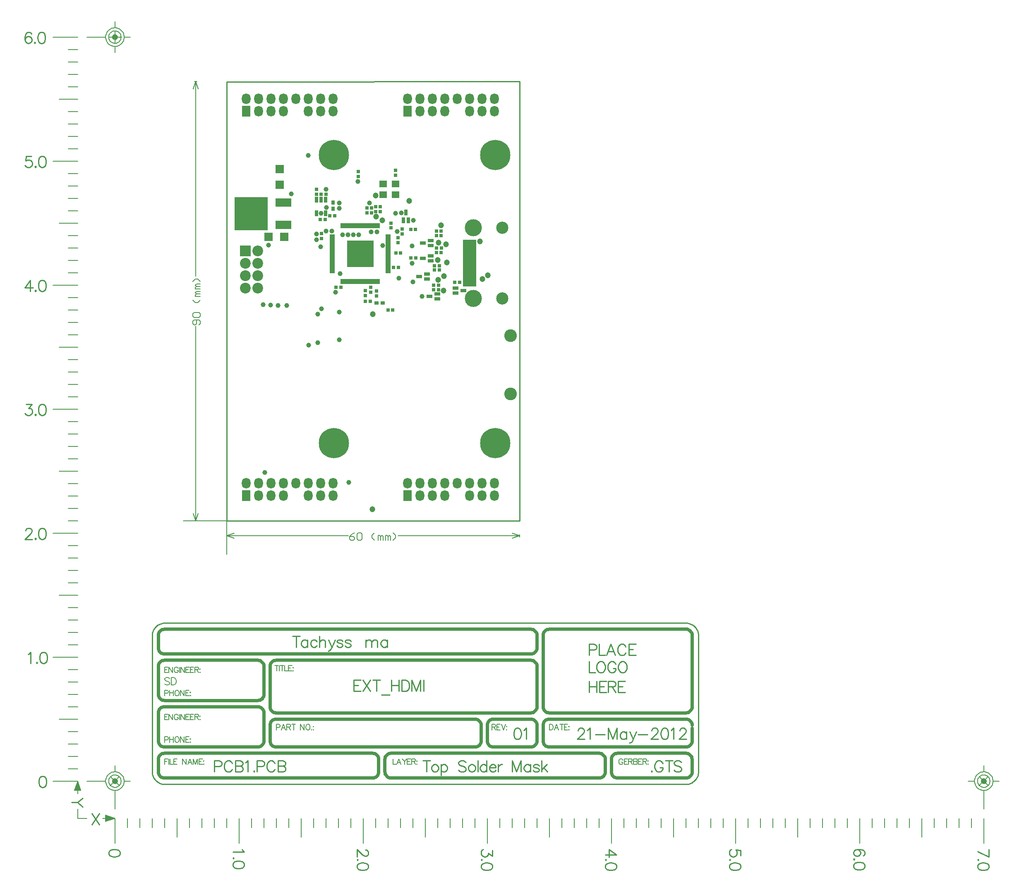
<source format=gts>
%FSLAX44Y44*%
%MOMM*%
G71*
G01*
G75*
%ADD10R,0.5000X0.5000*%
%ADD11R,1.4000X1.2000*%
%ADD12R,0.5080X0.6350*%
%ADD13R,0.3000X0.9000*%
%ADD14R,0.9000X0.3000*%
%ADD15R,5.2000X5.2000*%
%ADD16R,1.6000X1.6000*%
%ADD17R,1.1000X0.6000*%
%ADD18R,6.7000X6.7000*%
%ADD19R,3.0000X1.6000*%
%ADD20R,2.6000X0.3000*%
%ADD21R,0.6350X0.5080*%
%ADD22R,0.6000X1.1000*%
%ADD23R,0.5000X1.0000*%
%ADD24C,0.5000*%
%ADD25C,0.3000*%
%ADD26C,0.2000*%
%ADD27C,0.2286*%
%ADD28C,0.6350*%
%ADD29C,0.2540*%
%ADD30C,0.2032*%
%ADD31C,0.2500*%
%ADD32C,0.1270*%
%ADD33C,0.1524*%
%ADD34C,2.4000*%
%ADD35R,1.6000X2.0000*%
%ADD36O,1.6000X2.0000*%
%ADD37C,6.0000*%
%ADD38C,2.3000*%
%ADD39C,3.3000*%
%ADD40C,2.0000*%
%ADD41R,2.0000X2.0000*%
%ADD42C,0.8000*%
%ADD43C,1.0000*%
%ADD44C,0.4000*%
%ADD45R,0.7000X0.7000*%
%ADD46R,1.6000X1.4000*%
%ADD47R,0.7080X0.8350*%
%ADD48R,0.5000X1.1000*%
%ADD49R,1.1000X0.5000*%
%ADD50R,5.4000X5.4000*%
%ADD51R,1.8000X1.8000*%
%ADD52R,1.3000X0.8000*%
%ADD53R,6.9000X6.9000*%
%ADD54R,3.2000X1.8000*%
%ADD55R,2.8000X0.5000*%
%ADD56R,0.8350X0.7080*%
%ADD57R,0.8000X1.3000*%
%ADD58R,0.7000X1.2000*%
%ADD59C,2.6000*%
%ADD60R,1.8000X2.2000*%
%ADD61O,1.8000X2.2000*%
%ADD62C,6.2000*%
%ADD63C,2.5000*%
%ADD64C,3.5000*%
%ADD65C,2.2000*%
%ADD66R,2.2000X2.2000*%
%ADD67C,1.2000*%
D26*
X2559398Y1850218D02*
Y1855298D01*
X1959398Y1850218D02*
Y1855298D01*
X2544158Y1847678D02*
X2559398Y1852758D01*
X2544158Y1857838D02*
X2559398Y1852758D01*
X1959398D02*
X1974638Y1847678D01*
X1959398Y1852758D02*
X1974638Y1857838D01*
X2310437Y1852758D02*
X2559398D01*
X1959398D02*
X2208359D01*
X1959398Y1814658D02*
Y1883238D01*
X1893358Y2783238D02*
X1898438D01*
X1893358Y1883238D02*
X1898438D01*
X1895898Y2783238D02*
X1900978Y2767998D01*
X1890818D02*
X1895898Y2783238D01*
Y1883238D02*
X1900978Y1898478D01*
X1890818D02*
X1895898Y1883238D01*
Y2384277D02*
Y2783238D01*
Y1883238D02*
Y2282199D01*
X1870498Y1883238D02*
X1959398D01*
D27*
X2829166Y1371065D02*
X2828078Y1369977D01*
X2829166Y1368888D01*
X2830255Y1369977D01*
X2829166Y1371065D01*
X2851586Y1386302D02*
X2850497Y1388478D01*
X2848321Y1390655D01*
X2846144Y1391743D01*
X2841791D01*
X2839614Y1390655D01*
X2837437Y1388478D01*
X2836349Y1386302D01*
X2835261Y1383036D01*
Y1377595D01*
X2836349Y1374330D01*
X2837437Y1372153D01*
X2839614Y1369977D01*
X2841791Y1368888D01*
X2846144D01*
X2848321Y1369977D01*
X2850497Y1372153D01*
X2851586Y1374330D01*
Y1377595D01*
X2846144D02*
X2851586D01*
X2864428Y1391743D02*
Y1368888D01*
X2856810Y1391743D02*
X2872047D01*
X2890004Y1388478D02*
X2887827Y1390655D01*
X2884562Y1391743D01*
X2880209D01*
X2876944Y1390655D01*
X2874767Y1388478D01*
Y1386302D01*
X2875856Y1384125D01*
X2876944Y1383036D01*
X2879121Y1381948D01*
X2885651Y1379772D01*
X2887827Y1378683D01*
X2888916Y1377595D01*
X2890004Y1375418D01*
Y1372153D01*
X2887827Y1369977D01*
X2884562Y1368888D01*
X2880209D01*
X2876944Y1369977D01*
X2874767Y1372153D01*
X2101636Y1647013D02*
Y1624158D01*
X2094018Y1647013D02*
X2109254D01*
X2125035Y1639395D02*
Y1624158D01*
Y1636130D02*
X2122859Y1638306D01*
X2120682Y1639395D01*
X2117417D01*
X2115240Y1638306D01*
X2113064Y1636130D01*
X2111975Y1632865D01*
Y1630688D01*
X2113064Y1627423D01*
X2115240Y1625246D01*
X2117417Y1624158D01*
X2120682D01*
X2122859Y1625246D01*
X2125035Y1627423D01*
X2144190Y1636130D02*
X2142013Y1638306D01*
X2139837Y1639395D01*
X2136572D01*
X2134395Y1638306D01*
X2132218Y1636130D01*
X2131130Y1632865D01*
Y1630688D01*
X2132218Y1627423D01*
X2134395Y1625246D01*
X2136572Y1624158D01*
X2139837D01*
X2142013Y1625246D01*
X2144190Y1627423D01*
X2149088Y1647013D02*
Y1624158D01*
Y1635042D02*
X2152353Y1638306D01*
X2154529Y1639395D01*
X2157794D01*
X2159971Y1638306D01*
X2161059Y1635042D01*
Y1624158D01*
X2168134Y1639395D02*
X2174664Y1624158D01*
X2181194Y1639395D02*
X2174664Y1624158D01*
X2172487Y1619805D01*
X2170310Y1617628D01*
X2168134Y1616540D01*
X2167045D01*
X2196974Y1636130D02*
X2195886Y1638306D01*
X2192621Y1639395D01*
X2189356D01*
X2186091Y1638306D01*
X2185003Y1636130D01*
X2186091Y1633953D01*
X2188268Y1632865D01*
X2193709Y1631776D01*
X2195886Y1630688D01*
X2196974Y1628512D01*
Y1627423D01*
X2195886Y1625246D01*
X2192621Y1624158D01*
X2189356D01*
X2186091Y1625246D01*
X2185003Y1627423D01*
X2213735Y1636130D02*
X2212646Y1638306D01*
X2209382Y1639395D01*
X2206116D01*
X2202852Y1638306D01*
X2201763Y1636130D01*
X2202852Y1633953D01*
X2205028Y1632865D01*
X2210470Y1631776D01*
X2212646Y1630688D01*
X2213735Y1628512D01*
Y1627423D01*
X2212646Y1625246D01*
X2209382Y1624158D01*
X2206116D01*
X2202852Y1625246D01*
X2201763Y1627423D01*
X2243664Y1639395D02*
Y1624158D01*
Y1635042D02*
X2246929Y1638306D01*
X2249106Y1639395D01*
X2252371D01*
X2254548Y1638306D01*
X2255636Y1635042D01*
Y1624158D01*
Y1635042D02*
X2258901Y1638306D01*
X2261078Y1639395D01*
X2264343D01*
X2266519Y1638306D01*
X2267608Y1635042D01*
Y1624158D01*
X2287851Y1639395D02*
Y1624158D01*
Y1636130D02*
X2285674Y1638306D01*
X2283497Y1639395D01*
X2280232D01*
X2278056Y1638306D01*
X2275879Y1636130D01*
X2274791Y1632865D01*
Y1630688D01*
X2275879Y1627423D01*
X2278056Y1625246D01*
X2280232Y1624158D01*
X2283497D01*
X2285674Y1625246D01*
X2287851Y1627423D01*
X2233896Y1556843D02*
X2219748D01*
Y1533988D01*
X2233896D01*
X2219748Y1545960D02*
X2228454D01*
X2237705Y1556843D02*
X2252942Y1533988D01*
Y1556843D02*
X2237705Y1533988D01*
X2265676Y1556843D02*
Y1533988D01*
X2258057Y1556843D02*
X2273294D01*
X2276015Y1526370D02*
X2293428D01*
X2296367Y1556843D02*
Y1533988D01*
X2311603Y1556843D02*
Y1533988D01*
X2296367Y1545960D02*
X2311603D01*
X2317916Y1556843D02*
Y1533988D01*
Y1556843D02*
X2325534D01*
X2328799Y1555755D01*
X2330976Y1553578D01*
X2332064Y1551402D01*
X2333152Y1548136D01*
Y1542695D01*
X2332064Y1539430D01*
X2330976Y1537253D01*
X2328799Y1535076D01*
X2325534Y1533988D01*
X2317916D01*
X2338268Y1556843D02*
Y1533988D01*
Y1556843D02*
X2346974Y1533988D01*
X2355681Y1556843D02*
X2346974Y1533988D01*
X2355681Y1556843D02*
Y1533988D01*
X2362211Y1556843D02*
Y1533988D01*
X1933998Y1379772D02*
X1943793D01*
X1947058Y1380860D01*
X1948146Y1381948D01*
X1949234Y1384125D01*
Y1387390D01*
X1948146Y1389567D01*
X1947058Y1390655D01*
X1943793Y1391743D01*
X1933998D01*
Y1368888D01*
X1970675Y1386302D02*
X1969586Y1388478D01*
X1967410Y1390655D01*
X1965233Y1391743D01*
X1960880D01*
X1958703Y1390655D01*
X1956526Y1388478D01*
X1955438Y1386302D01*
X1954350Y1383036D01*
Y1377595D01*
X1955438Y1374330D01*
X1956526Y1372153D01*
X1958703Y1369977D01*
X1960880Y1368888D01*
X1965233D01*
X1967410Y1369977D01*
X1969586Y1372153D01*
X1970675Y1374330D01*
X1977096Y1391743D02*
Y1368888D01*
Y1391743D02*
X1986891D01*
X1990156Y1390655D01*
X1991244Y1389567D01*
X1992333Y1387390D01*
Y1385213D01*
X1991244Y1383036D01*
X1990156Y1381948D01*
X1986891Y1380860D01*
X1977096D02*
X1986891D01*
X1990156Y1379772D01*
X1991244Y1378683D01*
X1992333Y1376507D01*
Y1373241D01*
X1991244Y1371065D01*
X1990156Y1369977D01*
X1986891Y1368888D01*
X1977096D01*
X1997448Y1387390D02*
X1999624Y1388478D01*
X2002890Y1391743D01*
Y1368888D01*
X2015297Y1371065D02*
X2014208Y1369977D01*
X2015297Y1368888D01*
X2016385Y1369977D01*
X2015297Y1371065D01*
X2021391Y1379772D02*
X2031186D01*
X2034451Y1380860D01*
X2035540Y1381948D01*
X2036628Y1384125D01*
Y1387390D01*
X2035540Y1389567D01*
X2034451Y1390655D01*
X2031186Y1391743D01*
X2021391D01*
Y1368888D01*
X2058068Y1386302D02*
X2056980Y1388478D01*
X2054803Y1390655D01*
X2052627Y1391743D01*
X2048273D01*
X2046096Y1390655D01*
X2043920Y1388478D01*
X2042832Y1386302D01*
X2041743Y1383036D01*
Y1377595D01*
X2042832Y1374330D01*
X2043920Y1372153D01*
X2046096Y1369977D01*
X2048273Y1368888D01*
X2052627D01*
X2054803Y1369977D01*
X2056980Y1372153D01*
X2058068Y1374330D01*
X2064489Y1391743D02*
Y1368888D01*
Y1391743D02*
X2074285D01*
X2077549Y1390655D01*
X2078638Y1389567D01*
X2079726Y1387390D01*
Y1385213D01*
X2078638Y1383036D01*
X2077549Y1381948D01*
X2074285Y1380860D01*
X2064489D02*
X2074285D01*
X2077549Y1379772D01*
X2078638Y1378683D01*
X2079726Y1376507D01*
Y1373241D01*
X2078638Y1371065D01*
X2077549Y1369977D01*
X2074285Y1368888D01*
X2064489D01*
X2368336Y1391743D02*
Y1368888D01*
X2360718Y1391743D02*
X2375954D01*
X2384117Y1384125D02*
X2381940Y1383036D01*
X2379764Y1380860D01*
X2378675Y1377595D01*
Y1375418D01*
X2379764Y1372153D01*
X2381940Y1369977D01*
X2384117Y1368888D01*
X2387382D01*
X2389559Y1369977D01*
X2391735Y1372153D01*
X2392824Y1375418D01*
Y1377595D01*
X2391735Y1380860D01*
X2389559Y1383036D01*
X2387382Y1384125D01*
X2384117D01*
X2397830D02*
Y1361270D01*
Y1380860D02*
X2400007Y1383036D01*
X2402183Y1384125D01*
X2405448D01*
X2407625Y1383036D01*
X2409802Y1380860D01*
X2410890Y1377595D01*
Y1375418D01*
X2409802Y1372153D01*
X2407625Y1369977D01*
X2405448Y1368888D01*
X2402183D01*
X2400007Y1369977D01*
X2397830Y1372153D01*
X2448982Y1388478D02*
X2446805Y1390655D01*
X2443540Y1391743D01*
X2439187D01*
X2435922Y1390655D01*
X2433745Y1388478D01*
Y1386302D01*
X2434834Y1384125D01*
X2435922Y1383036D01*
X2438098Y1381948D01*
X2444628Y1379772D01*
X2446805Y1378683D01*
X2447894Y1377595D01*
X2448982Y1375418D01*
Y1372153D01*
X2446805Y1369977D01*
X2443540Y1368888D01*
X2439187D01*
X2435922Y1369977D01*
X2433745Y1372153D01*
X2459539Y1384125D02*
X2457362Y1383036D01*
X2455185Y1380860D01*
X2454097Y1377595D01*
Y1375418D01*
X2455185Y1372153D01*
X2457362Y1369977D01*
X2459539Y1368888D01*
X2462804D01*
X2464980Y1369977D01*
X2467157Y1372153D01*
X2468246Y1375418D01*
Y1377595D01*
X2467157Y1380860D01*
X2464980Y1383036D01*
X2462804Y1384125D01*
X2459539D01*
X2473252Y1391743D02*
Y1368888D01*
X2491101Y1391743D02*
Y1368888D01*
Y1380860D02*
X2488924Y1383036D01*
X2486747Y1384125D01*
X2483482D01*
X2481306Y1383036D01*
X2479129Y1380860D01*
X2478040Y1377595D01*
Y1375418D01*
X2479129Y1372153D01*
X2481306Y1369977D01*
X2483482Y1368888D01*
X2486747D01*
X2488924Y1369977D01*
X2491101Y1372153D01*
X2497195Y1377595D02*
X2510255D01*
Y1379772D01*
X2509167Y1381948D01*
X2508079Y1383036D01*
X2505902Y1384125D01*
X2502637D01*
X2500460Y1383036D01*
X2498284Y1380860D01*
X2497195Y1377595D01*
Y1375418D01*
X2498284Y1372153D01*
X2500460Y1369977D01*
X2502637Y1368888D01*
X2505902D01*
X2508079Y1369977D01*
X2510255Y1372153D01*
X2515153Y1384125D02*
Y1368888D01*
Y1377595D02*
X2516241Y1380860D01*
X2518418Y1383036D01*
X2520594Y1384125D01*
X2523860D01*
X2543885Y1391743D02*
Y1368888D01*
Y1391743D02*
X2552592Y1368888D01*
X2561299Y1391743D02*
X2552592Y1368888D01*
X2561299Y1391743D02*
Y1368888D01*
X2580888Y1384125D02*
Y1368888D01*
Y1380860D02*
X2578712Y1383036D01*
X2576535Y1384125D01*
X2573270D01*
X2571093Y1383036D01*
X2568917Y1380860D01*
X2567828Y1377595D01*
Y1375418D01*
X2568917Y1372153D01*
X2571093Y1369977D01*
X2573270Y1368888D01*
X2576535D01*
X2578712Y1369977D01*
X2580888Y1372153D01*
X2598955Y1380860D02*
X2597867Y1383036D01*
X2594601Y1384125D01*
X2591336D01*
X2588072Y1383036D01*
X2586983Y1380860D01*
X2588072Y1378683D01*
X2590248Y1377595D01*
X2595690Y1376507D01*
X2597867Y1375418D01*
X2598955Y1373241D01*
Y1372153D01*
X2597867Y1369977D01*
X2594601Y1368888D01*
X2591336D01*
X2588072Y1369977D01*
X2586983Y1372153D01*
X2603744Y1391743D02*
Y1368888D01*
X2614627Y1384125D02*
X2603744Y1373241D01*
X2608097Y1377595D02*
X2615715Y1368888D01*
X2553303Y1458418D02*
X2550038Y1457330D01*
X2547861Y1454065D01*
X2546773Y1448623D01*
Y1445358D01*
X2547861Y1439917D01*
X2550038Y1436651D01*
X2553303Y1435563D01*
X2555479D01*
X2558744Y1436651D01*
X2560921Y1439917D01*
X2562009Y1445358D01*
Y1448623D01*
X2560921Y1454065D01*
X2558744Y1457330D01*
X2555479Y1458418D01*
X2553303D01*
X2567125Y1454065D02*
X2569301Y1455153D01*
X2572566Y1458418D01*
Y1435563D01*
X2701078Y1618531D02*
X2710873D01*
X2714138Y1619620D01*
X2715226Y1620708D01*
X2716314Y1622885D01*
Y1626150D01*
X2715226Y1628327D01*
X2714138Y1629415D01*
X2710873Y1630503D01*
X2701078D01*
Y1607648D01*
X2721430Y1630503D02*
Y1607648D01*
X2734490D01*
X2754406D02*
X2745699Y1630503D01*
X2736993Y1607648D01*
X2740258Y1615267D02*
X2751141D01*
X2776064Y1625061D02*
X2774976Y1627238D01*
X2772799Y1629415D01*
X2770623Y1630503D01*
X2766269D01*
X2764092Y1629415D01*
X2761916Y1627238D01*
X2760827Y1625061D01*
X2759739Y1621797D01*
Y1616355D01*
X2760827Y1613090D01*
X2761916Y1610913D01*
X2764092Y1608737D01*
X2766269Y1607648D01*
X2770623D01*
X2772799Y1608737D01*
X2774976Y1610913D01*
X2776064Y1613090D01*
X2796634Y1630503D02*
X2782485D01*
Y1607648D01*
X2796634D01*
X2782485Y1619620D02*
X2791192D01*
X2701078Y1594943D02*
Y1572088D01*
X2714138D01*
X2723171Y1594943D02*
X2720994Y1593855D01*
X2718818Y1591678D01*
X2717729Y1589501D01*
X2716641Y1586237D01*
Y1580795D01*
X2717729Y1577530D01*
X2718818Y1575353D01*
X2720994Y1573177D01*
X2723171Y1572088D01*
X2727524D01*
X2729701Y1573177D01*
X2731878Y1575353D01*
X2732966Y1577530D01*
X2734054Y1580795D01*
Y1586237D01*
X2732966Y1589501D01*
X2731878Y1591678D01*
X2729701Y1593855D01*
X2727524Y1594943D01*
X2723171D01*
X2755712Y1589501D02*
X2754624Y1591678D01*
X2752447Y1593855D01*
X2750271Y1594943D01*
X2745917D01*
X2743741Y1593855D01*
X2741564Y1591678D01*
X2740475Y1589501D01*
X2739387Y1586237D01*
Y1580795D01*
X2740475Y1577530D01*
X2741564Y1575353D01*
X2743741Y1573177D01*
X2745917Y1572088D01*
X2750271D01*
X2752447Y1573177D01*
X2754624Y1575353D01*
X2755712Y1577530D01*
Y1580795D01*
X2750271D02*
X2755712D01*
X2767466Y1594943D02*
X2765290Y1593855D01*
X2763113Y1591678D01*
X2762025Y1589501D01*
X2760936Y1586237D01*
Y1580795D01*
X2762025Y1577530D01*
X2763113Y1575353D01*
X2765290Y1573177D01*
X2767466Y1572088D01*
X2771820D01*
X2773996Y1573177D01*
X2776173Y1575353D01*
X2777261Y1577530D01*
X2778350Y1580795D01*
Y1586237D01*
X2777261Y1589501D01*
X2776173Y1591678D01*
X2773996Y1593855D01*
X2771820Y1594943D01*
X2767466D01*
X2701078Y1554303D02*
Y1531448D01*
X2716314Y1554303D02*
Y1531448D01*
X2701078Y1543420D02*
X2716314D01*
X2736775Y1554303D02*
X2722627D01*
Y1531448D01*
X2736775D01*
X2722627Y1543420D02*
X2731334D01*
X2740584Y1554303D02*
Y1531448D01*
Y1554303D02*
X2750379D01*
X2753644Y1553215D01*
X2754733Y1552127D01*
X2755821Y1549950D01*
Y1547773D01*
X2754733Y1545596D01*
X2753644Y1544508D01*
X2750379Y1543420D01*
X2740584D01*
X2748203D02*
X2755821Y1531448D01*
X2775085Y1554303D02*
X2760936D01*
Y1531448D01*
X2775085D01*
X2760936Y1543420D02*
X2769643D01*
X2678036Y1452977D02*
Y1454065D01*
X2679124Y1456242D01*
X2680213Y1457330D01*
X2682390Y1458418D01*
X2686743D01*
X2688919Y1457330D01*
X2690008Y1456242D01*
X2691096Y1454065D01*
Y1451888D01*
X2690008Y1449711D01*
X2687831Y1446447D01*
X2676948Y1435563D01*
X2692184D01*
X2697299Y1454065D02*
X2699476Y1455153D01*
X2702741Y1458418D01*
Y1435563D01*
X2714060Y1445358D02*
X2733650D01*
X2740398Y1458418D02*
Y1435563D01*
Y1458418D02*
X2749105Y1435563D01*
X2757811Y1458418D02*
X2749105Y1435563D01*
X2757811Y1458418D02*
Y1435563D01*
X2777401Y1450800D02*
Y1435563D01*
Y1447535D02*
X2775225Y1449711D01*
X2773048Y1450800D01*
X2769783D01*
X2767606Y1449711D01*
X2765430Y1447535D01*
X2764341Y1444270D01*
Y1442093D01*
X2765430Y1438828D01*
X2767606Y1436651D01*
X2769783Y1435563D01*
X2773048D01*
X2775225Y1436651D01*
X2777401Y1438828D01*
X2784584Y1450800D02*
X2791115Y1435563D01*
X2797644Y1450800D02*
X2791115Y1435563D01*
X2788938Y1431210D01*
X2786761Y1429033D01*
X2784584Y1427945D01*
X2783496D01*
X2801454Y1445358D02*
X2821044D01*
X2828880Y1452977D02*
Y1454065D01*
X2829968Y1456242D01*
X2831057Y1457330D01*
X2833233Y1458418D01*
X2837586D01*
X2839763Y1457330D01*
X2840851Y1456242D01*
X2841940Y1454065D01*
Y1451888D01*
X2840851Y1449711D01*
X2838675Y1446447D01*
X2827791Y1435563D01*
X2843028D01*
X2854673Y1458418D02*
X2851408Y1457330D01*
X2849232Y1454065D01*
X2848143Y1448623D01*
Y1445358D01*
X2849232Y1439917D01*
X2851408Y1436651D01*
X2854673Y1435563D01*
X2856850D01*
X2860115Y1436651D01*
X2862292Y1439917D01*
X2863380Y1445358D01*
Y1448623D01*
X2862292Y1454065D01*
X2860115Y1457330D01*
X2856850Y1458418D01*
X2854673D01*
X2868495Y1454065D02*
X2870672Y1455153D01*
X2873937Y1458418D01*
Y1435563D01*
X2886344Y1452977D02*
Y1454065D01*
X2887432Y1456242D01*
X2888521Y1457330D01*
X2890697Y1458418D01*
X2895051D01*
X2897227Y1457330D01*
X2898316Y1456242D01*
X2899404Y1454065D01*
Y1451888D01*
X2898316Y1449711D01*
X2896139Y1446447D01*
X2885256Y1435563D01*
X2900492D01*
X1664753Y1314913D02*
X1653869Y1306206D01*
X1641898D01*
X1664753Y1297500D02*
X1653869Y1306206D01*
X1683173Y1283793D02*
X1698409Y1260938D01*
Y1283793D02*
X1683173Y1260938D01*
X3261688Y1197078D02*
X3263864Y1198166D01*
X3264953Y1201431D01*
Y1203608D01*
X3263864Y1206873D01*
X3260599Y1209050D01*
X3255158Y1210138D01*
X3249716D01*
X3245363Y1209050D01*
X3243186Y1206873D01*
X3242098Y1203608D01*
Y1202520D01*
X3243186Y1199255D01*
X3245363Y1197078D01*
X3248628Y1195990D01*
X3249716D01*
X3252981Y1197078D01*
X3255158Y1199255D01*
X3256246Y1202520D01*
Y1203608D01*
X3255158Y1206873D01*
X3252981Y1209050D01*
X3249716Y1210138D01*
X3244274Y1189895D02*
X3243186Y1190983D01*
X3242098Y1189895D01*
X3243186Y1188807D01*
X3244274Y1189895D01*
X3264953Y1177270D02*
X3263864Y1180535D01*
X3260599Y1182712D01*
X3255158Y1183800D01*
X3251893D01*
X3246451Y1182712D01*
X3243186Y1180535D01*
X3242098Y1177270D01*
Y1175094D01*
X3243186Y1171829D01*
X3246451Y1169652D01*
X3251893Y1168564D01*
X3255158D01*
X3260599Y1169652D01*
X3263864Y1171829D01*
X3264953Y1175094D01*
Y1177270D01*
X2756953Y1199255D02*
X2741716Y1210138D01*
Y1193813D01*
X2756953Y1199255D02*
X2734098D01*
X2736274Y1188698D02*
X2735186Y1189786D01*
X2734098Y1188698D01*
X2735186Y1187609D01*
X2736274Y1188698D01*
X2756953Y1176073D02*
X2755864Y1179338D01*
X2752599Y1181515D01*
X2747158Y1182603D01*
X2743893D01*
X2738451Y1181515D01*
X2735186Y1179338D01*
X2734098Y1176073D01*
Y1173896D01*
X2735186Y1170631D01*
X2738451Y1168455D01*
X2743893Y1167366D01*
X2747158D01*
X2752599Y1168455D01*
X2755864Y1170631D01*
X2756953Y1173896D01*
Y1176073D01*
X2243511Y1209050D02*
X2244599D01*
X2246776Y1207962D01*
X2247864Y1206873D01*
X2248953Y1204696D01*
Y1200343D01*
X2247864Y1198166D01*
X2246776Y1197078D01*
X2244599Y1195990D01*
X2242423D01*
X2240246Y1197078D01*
X2236981Y1199255D01*
X2226098Y1210138D01*
Y1194901D01*
X2228274Y1188698D02*
X2227186Y1189786D01*
X2226098Y1188698D01*
X2227186Y1187609D01*
X2228274Y1188698D01*
X2248953Y1176073D02*
X2247864Y1179338D01*
X2244599Y1181515D01*
X2239158Y1182603D01*
X2235893D01*
X2230451Y1181515D01*
X2227186Y1179338D01*
X2226098Y1176073D01*
Y1173896D01*
X2227186Y1170631D01*
X2230451Y1168455D01*
X2235893Y1167366D01*
X2239158D01*
X2244599Y1168455D01*
X2247864Y1170631D01*
X2248953Y1173896D01*
Y1176073D01*
X1740953Y1203608D02*
X1739864Y1206873D01*
X1736599Y1209050D01*
X1731158Y1210138D01*
X1727893D01*
X1722451Y1209050D01*
X1719186Y1206873D01*
X1718098Y1203608D01*
Y1201431D01*
X1719186Y1198166D01*
X1722451Y1195990D01*
X1727893Y1194901D01*
X1731158D01*
X1736599Y1195990D01*
X1739864Y1198166D01*
X1740953Y1201431D01*
Y1203608D01*
X1990599Y1210138D02*
X1991688Y1207962D01*
X1994953Y1204696D01*
X1972098D01*
X1974274Y1192289D02*
X1973186Y1193378D01*
X1972098Y1192289D01*
X1973186Y1191201D01*
X1974274Y1192289D01*
X1994953Y1179665D02*
X1993864Y1182930D01*
X1990599Y1185106D01*
X1985158Y1186195D01*
X1981893D01*
X1976451Y1185106D01*
X1973186Y1182930D01*
X1972098Y1179665D01*
Y1177488D01*
X1973186Y1174223D01*
X1976451Y1172046D01*
X1981893Y1170958D01*
X1985158D01*
X1990599Y1172046D01*
X1993864Y1174223D01*
X1994953Y1177488D01*
Y1179665D01*
X2502953Y1207962D02*
Y1195990D01*
X2494246Y1202520D01*
Y1199255D01*
X2493158Y1197078D01*
X2492069Y1195990D01*
X2488804Y1194901D01*
X2486628D01*
X2483363Y1195990D01*
X2481186Y1198166D01*
X2480098Y1201431D01*
Y1204696D01*
X2481186Y1207962D01*
X2482274Y1209050D01*
X2484451Y1210138D01*
X2482274Y1188698D02*
X2481186Y1189786D01*
X2480098Y1188698D01*
X2481186Y1187609D01*
X2482274Y1188698D01*
X2502953Y1176073D02*
X2501864Y1179338D01*
X2498599Y1181515D01*
X2493158Y1182603D01*
X2489893D01*
X2484451Y1181515D01*
X2481186Y1179338D01*
X2480098Y1176073D01*
Y1173896D01*
X2481186Y1170631D01*
X2484451Y1168455D01*
X2489893Y1167366D01*
X2493158D01*
X2498599Y1168455D01*
X2501864Y1170631D01*
X2502953Y1173896D01*
Y1176073D01*
X3010953Y1197078D02*
Y1207962D01*
X3001158Y1209050D01*
X3002246Y1207962D01*
X3003334Y1204696D01*
Y1201431D01*
X3002246Y1198166D01*
X3000069Y1195990D01*
X2996805Y1194901D01*
X2994628D01*
X2991363Y1195990D01*
X2989186Y1198166D01*
X2988098Y1201431D01*
Y1204696D01*
X2989186Y1207962D01*
X2990274Y1209050D01*
X2992451Y1210138D01*
X2990274Y1188698D02*
X2989186Y1189786D01*
X2988098Y1188698D01*
X2989186Y1187609D01*
X2990274Y1188698D01*
X3010953Y1176073D02*
X3009865Y1179338D01*
X3006599Y1181515D01*
X3001158Y1182603D01*
X2997893D01*
X2992451Y1181515D01*
X2989186Y1179338D01*
X2988098Y1176073D01*
Y1173896D01*
X2989186Y1170631D01*
X2992451Y1168455D01*
X2997893Y1167366D01*
X3001158D01*
X3006599Y1168455D01*
X3009865Y1170631D01*
X3010953Y1173896D01*
Y1176073D01*
X3518953Y1194901D02*
X3496098Y1205785D01*
X3518953Y1210138D02*
Y1194901D01*
X3498275Y1188698D02*
X3497186Y1189786D01*
X3496098Y1188698D01*
X3497186Y1187609D01*
X3498275Y1188698D01*
X3518953Y1176073D02*
X3517864Y1179338D01*
X3514599Y1181515D01*
X3509158Y1182603D01*
X3505893D01*
X3500451Y1181515D01*
X3497186Y1179338D01*
X3496098Y1176073D01*
Y1173896D01*
X3497186Y1170631D01*
X3500451Y1168455D01*
X3505893Y1167366D01*
X3509158D01*
X3514599Y1168455D01*
X3517864Y1170631D01*
X3518953Y1173896D01*
Y1176073D01*
X1559708Y2629993D02*
X1548824D01*
X1547736Y2620198D01*
X1548824Y2621287D01*
X1552089Y2622375D01*
X1555354D01*
X1558619Y2621287D01*
X1560796Y2619110D01*
X1561884Y2615845D01*
Y2613668D01*
X1560796Y2610403D01*
X1558619Y2608227D01*
X1555354Y2607138D01*
X1552089D01*
X1548824Y2608227D01*
X1547736Y2609315D01*
X1546648Y2611491D01*
X1568088Y2609315D02*
X1567000Y2608227D01*
X1568088Y2607138D01*
X1569176Y2608227D01*
X1568088Y2609315D01*
X1580713Y2629993D02*
X1577448Y2628905D01*
X1575271Y2625640D01*
X1574183Y2620198D01*
Y2616933D01*
X1575271Y2611491D01*
X1577448Y2608227D01*
X1580713Y2607138D01*
X1582889D01*
X1586154Y2608227D01*
X1588331Y2611491D01*
X1589419Y2616933D01*
Y2620198D01*
X1588331Y2625640D01*
X1586154Y2628905D01*
X1582889Y2629993D01*
X1580713D01*
X1548824Y2121993D02*
X1560796D01*
X1554266Y2113286D01*
X1557531D01*
X1559708Y2112198D01*
X1560796Y2111110D01*
X1561884Y2107845D01*
Y2105668D01*
X1560796Y2102403D01*
X1558619Y2100226D01*
X1555354Y2099138D01*
X1552089D01*
X1548824Y2100226D01*
X1547736Y2101315D01*
X1546648Y2103492D01*
X1568088Y2101315D02*
X1567000Y2100226D01*
X1568088Y2099138D01*
X1569176Y2100226D01*
X1568088Y2101315D01*
X1580713Y2121993D02*
X1577448Y2120905D01*
X1575271Y2117640D01*
X1574183Y2112198D01*
Y2108933D01*
X1575271Y2103492D01*
X1577448Y2100226D01*
X1580713Y2099138D01*
X1582889D01*
X1586154Y2100226D01*
X1588331Y2103492D01*
X1589419Y2108933D01*
Y2112198D01*
X1588331Y2117640D01*
X1586154Y2120905D01*
X1582889Y2121993D01*
X1580713D01*
X1552998Y1609640D02*
X1555174Y1610728D01*
X1558439Y1613993D01*
Y1591138D01*
X1570846Y1593315D02*
X1569758Y1592227D01*
X1570846Y1591138D01*
X1571935Y1592227D01*
X1570846Y1593315D01*
X1583471Y1613993D02*
X1580206Y1612905D01*
X1578029Y1609640D01*
X1576941Y1604198D01*
Y1600933D01*
X1578029Y1595491D01*
X1580206Y1592227D01*
X1583471Y1591138D01*
X1585648D01*
X1588913Y1592227D01*
X1591089Y1595491D01*
X1592178Y1600933D01*
Y1604198D01*
X1591089Y1609640D01*
X1588913Y1612905D01*
X1585648Y1613993D01*
X1583471D01*
X1581753Y1359993D02*
X1578488Y1358905D01*
X1576311Y1355640D01*
X1575223Y1350198D01*
Y1346933D01*
X1576311Y1341492D01*
X1578488Y1338226D01*
X1581753Y1337138D01*
X1583929D01*
X1587194Y1338226D01*
X1589371Y1341492D01*
X1590459Y1346933D01*
Y1350198D01*
X1589371Y1355640D01*
X1587194Y1358905D01*
X1583929Y1359993D01*
X1581753D01*
X1547736Y1862552D02*
Y1863640D01*
X1548824Y1865817D01*
X1549913Y1866905D01*
X1552089Y1867993D01*
X1556443D01*
X1558619Y1866905D01*
X1559708Y1865817D01*
X1560796Y1863640D01*
Y1861463D01*
X1559708Y1859286D01*
X1557531Y1856022D01*
X1546648Y1845138D01*
X1561884D01*
X1568088Y1847315D02*
X1567000Y1846227D01*
X1568088Y1845138D01*
X1569176Y1846227D01*
X1568088Y1847315D01*
X1580713Y1867993D02*
X1577448Y1866905D01*
X1575271Y1863640D01*
X1574183Y1858198D01*
Y1854933D01*
X1575271Y1849491D01*
X1577448Y1846227D01*
X1580713Y1845138D01*
X1582889D01*
X1586154Y1846227D01*
X1588331Y1849491D01*
X1589419Y1854933D01*
Y1858198D01*
X1588331Y1863640D01*
X1586154Y1866905D01*
X1582889Y1867993D01*
X1580713D01*
X1557531Y2375993D02*
X1546648Y2360757D01*
X1562973D01*
X1557531Y2375993D02*
Y2353138D01*
X1568088Y2355315D02*
X1567000Y2354227D01*
X1568088Y2353138D01*
X1569176Y2354227D01*
X1568088Y2355315D01*
X1580713Y2375993D02*
X1577448Y2374905D01*
X1575271Y2371640D01*
X1574183Y2366198D01*
Y2362933D01*
X1575271Y2357491D01*
X1577448Y2354227D01*
X1580713Y2353138D01*
X1582889D01*
X1586154Y2354227D01*
X1588331Y2357491D01*
X1589419Y2362933D01*
Y2366198D01*
X1588331Y2371640D01*
X1586154Y2374905D01*
X1582889Y2375993D01*
X1580713D01*
X1559708Y2880728D02*
X1558619Y2882905D01*
X1555354Y2883993D01*
X1553178D01*
X1549913Y2882905D01*
X1547736Y2879640D01*
X1546648Y2874198D01*
Y2868756D01*
X1547736Y2864403D01*
X1549913Y2862227D01*
X1553178Y2861138D01*
X1554266D01*
X1557531Y2862227D01*
X1559708Y2864403D01*
X1560796Y2867668D01*
Y2868756D01*
X1559708Y2872021D01*
X1557531Y2874198D01*
X1554266Y2875287D01*
X1553178D01*
X1549913Y2874198D01*
X1547736Y2872021D01*
X1546648Y2868756D01*
X1566891Y2863315D02*
X1565802Y2862227D01*
X1566891Y2861138D01*
X1567979Y2862227D01*
X1566891Y2863315D01*
X1579516Y2883993D02*
X1576250Y2882905D01*
X1574074Y2879640D01*
X1572986Y2874198D01*
Y2870933D01*
X1574074Y2865492D01*
X1576250Y2862227D01*
X1579516Y2861138D01*
X1581692D01*
X1584957Y2862227D01*
X1587134Y2865492D01*
X1588222Y2870933D01*
Y2874198D01*
X1587134Y2879640D01*
X1584957Y2882905D01*
X1581692Y2883993D01*
X1579516D01*
D28*
X2270548Y1394288D02*
X2270304Y1396766D01*
X2269581Y1399148D01*
X2268407Y1401344D01*
X2266828Y1403268D01*
X2264903Y1404848D01*
X2262708Y1406021D01*
X2260325Y1406744D01*
X2257848Y1406988D01*
X2258143Y1356187D02*
X2260604Y1356395D01*
X2262973Y1357094D01*
X2265153Y1358255D01*
X2267054Y1359833D01*
X2268597Y1361761D01*
X2269721Y1363960D01*
X2270379Y1366341D01*
X2270543Y1368806D01*
X2295948Y1406988D02*
X2293470Y1406744D01*
X2291088Y1406021D01*
X2288892Y1404848D01*
X2286967Y1403268D01*
X2285388Y1401344D01*
X2284214Y1399148D01*
X2283492Y1396766D01*
X2283248Y1394288D01*
Y1368888D02*
X2283486Y1366438D01*
X2284193Y1364079D01*
X2285342Y1361902D01*
X2286889Y1359987D01*
X2288777Y1358406D01*
X2290934Y1357220D01*
X2293280Y1356472D01*
X2295726Y1356190D01*
X2734098Y1394288D02*
X2733854Y1396766D01*
X2733131Y1399148D01*
X2731957Y1401344D01*
X2730378Y1403268D01*
X2728453Y1404848D01*
X2726258Y1406021D01*
X2723875Y1406744D01*
X2721398Y1406988D01*
X2721693Y1356187D02*
X2724154Y1356395D01*
X2726523Y1357094D01*
X2728703Y1358255D01*
X2730604Y1359833D01*
X2732148Y1361761D01*
X2733271Y1363960D01*
X2733929Y1366341D01*
X2734093Y1368806D01*
X2746798Y1368634D02*
X2747042Y1366179D01*
X2747766Y1363821D01*
X2748941Y1361652D01*
X2750520Y1359757D01*
X2752442Y1358211D01*
X2754632Y1357074D01*
X2757002Y1356392D01*
X2759461Y1356190D01*
X2759498Y1406988D02*
X2757020Y1406744D01*
X2754637Y1406021D01*
X2752442Y1404848D01*
X2750517Y1403268D01*
X2748938Y1401344D01*
X2747764Y1399148D01*
X2747042Y1396766D01*
X2746798Y1394288D01*
X2035598Y1585042D02*
X2035358Y1587470D01*
X2034650Y1589805D01*
X2033500Y1591957D01*
X2031952Y1593843D01*
X2030066Y1595391D01*
X2027915Y1596541D01*
X2025580Y1597249D01*
X2023152Y1597488D01*
X2023406Y1514938D02*
X2025784Y1515172D01*
X2028071Y1515866D01*
X2030179Y1516993D01*
X2032027Y1518509D01*
X2033543Y1520357D01*
X2034670Y1522464D01*
X2035363Y1524752D01*
X2035598Y1527130D01*
Y1489792D02*
X2035348Y1492274D01*
X2034608Y1494655D01*
X2033409Y1496842D01*
X2031797Y1498745D01*
X2029839Y1500289D01*
X2027612Y1501411D01*
X2025206Y1502068D01*
X2022717Y1502231D01*
X2048298Y1501984D02*
X2048537Y1499556D01*
X2049245Y1497221D01*
X2050395Y1495069D01*
X2051943Y1493183D01*
X2053829Y1491636D01*
X2055981Y1490486D01*
X2058316Y1489777D01*
X2060744Y1489538D01*
X2048298Y1432134D02*
X2048537Y1429706D01*
X2049245Y1427371D01*
X2050395Y1425220D01*
X2051943Y1423333D01*
X2053829Y1421786D01*
X2055981Y1420636D01*
X2058316Y1419927D01*
X2060744Y1419688D01*
X2023152D02*
X2025580Y1419927D01*
X2027915Y1420636D01*
X2030066Y1421786D01*
X2031952Y1423333D01*
X2033500Y1425220D01*
X2034650Y1427371D01*
X2035358Y1429706D01*
X2035598Y1432134D01*
X2480098Y1464392D02*
X2479859Y1466820D01*
X2479150Y1469155D01*
X2478000Y1471307D01*
X2476452Y1473193D01*
X2474566Y1474741D01*
X2472415Y1475891D01*
X2470080Y1476599D01*
X2467652Y1476838D01*
Y1419688D02*
X2470106Y1419933D01*
X2472465Y1420656D01*
X2474634Y1421831D01*
X2476529Y1423411D01*
X2478075Y1425333D01*
X2479212Y1427522D01*
X2479894Y1429893D01*
X2480096Y1432351D01*
X2492798Y1432642D02*
X2493041Y1430143D01*
X2493762Y1427737D01*
X2494934Y1425516D01*
X2496512Y1423563D01*
X2498438Y1421950D01*
X2500638Y1420740D01*
X2503031Y1419977D01*
X2505526Y1419690D01*
X2504990Y1476838D02*
X2502533Y1476588D01*
X2500177Y1475848D01*
X2498018Y1474648D01*
X2496146Y1473039D01*
X2494636Y1471084D01*
X2493551Y1468866D01*
X2492936Y1466474D01*
X2492814Y1464008D01*
X2060998Y1476838D02*
X2058520Y1476594D01*
X2056138Y1475871D01*
X2053942Y1474698D01*
X2052017Y1473118D01*
X2050438Y1471194D01*
X2049264Y1468998D01*
X2048542Y1466616D01*
X2048298Y1464138D01*
X2060998Y1597488D02*
X2058520Y1597244D01*
X2056138Y1596521D01*
X2053942Y1595348D01*
X2052017Y1593768D01*
X2050438Y1591844D01*
X2049264Y1589648D01*
X2048542Y1587266D01*
X2048298Y1584788D01*
X1819698Y1432388D02*
X1819936Y1429938D01*
X1820643Y1427579D01*
X1821792Y1425402D01*
X1823339Y1423487D01*
X1825227Y1421906D01*
X1827384Y1420719D01*
X1829730Y1419971D01*
X1832176Y1419690D01*
X1832398Y1502238D02*
X1829920Y1501994D01*
X1827538Y1501271D01*
X1825342Y1500098D01*
X1823417Y1498518D01*
X1821838Y1496594D01*
X1820664Y1494398D01*
X1819942Y1492016D01*
X1819698Y1489538D01*
Y1527638D02*
X1819942Y1525161D01*
X1820664Y1522778D01*
X1821838Y1520582D01*
X1823417Y1518658D01*
X1825342Y1517079D01*
X1827538Y1515905D01*
X1829920Y1515182D01*
X1832398Y1514938D01*
Y1597488D02*
X1829920Y1597244D01*
X1827538Y1596521D01*
X1825342Y1595348D01*
X1823417Y1593768D01*
X1821838Y1591844D01*
X1820664Y1589648D01*
X1819942Y1587266D01*
X1819698Y1584788D01*
Y1622888D02*
X1819942Y1620410D01*
X1820664Y1618028D01*
X1821838Y1615832D01*
X1823417Y1613908D01*
X1825342Y1612328D01*
X1827538Y1611155D01*
X1829920Y1610432D01*
X1832398Y1610188D01*
Y1660988D02*
X1829920Y1660744D01*
X1827538Y1660021D01*
X1825342Y1658848D01*
X1823417Y1657268D01*
X1821838Y1655344D01*
X1820664Y1653148D01*
X1819942Y1650766D01*
X1819698Y1648288D01*
X2594398D02*
X2594154Y1650766D01*
X2593431Y1653148D01*
X2592257Y1655344D01*
X2590678Y1657268D01*
X2588753Y1658848D01*
X2586558Y1660021D01*
X2584175Y1660744D01*
X2581698Y1660988D01*
X2619798D02*
X2617320Y1660744D01*
X2614938Y1660021D01*
X2612742Y1658848D01*
X2610817Y1657268D01*
X2609238Y1655344D01*
X2608064Y1653148D01*
X2607342Y1650766D01*
X2607098Y1648288D01*
X2581698Y1610188D02*
X2584175Y1610432D01*
X2586558Y1611155D01*
X2588753Y1612328D01*
X2590678Y1613908D01*
X2592257Y1615832D01*
X2593431Y1618028D01*
X2594154Y1620410D01*
X2594398Y1622888D01*
Y1584788D02*
X2594154Y1587266D01*
X2593431Y1589648D01*
X2592257Y1591844D01*
X2590678Y1593768D01*
X2588753Y1595348D01*
X2586558Y1596521D01*
X2584175Y1597244D01*
X2581698Y1597488D01*
X1832398Y1406988D02*
X1829920Y1406744D01*
X1827538Y1406021D01*
X1825342Y1404848D01*
X1823417Y1403268D01*
X1821838Y1401344D01*
X1820664Y1399148D01*
X1819942Y1396766D01*
X1819698Y1394288D01*
X2581919Y1489538D02*
X2584366Y1489819D01*
X2586712Y1490567D01*
X2588870Y1491754D01*
X2590758Y1493335D01*
X2592305Y1495250D01*
X2593454Y1497428D01*
X2594161Y1499787D01*
X2594400Y1502238D01*
X1819698Y1368888D02*
X1819936Y1366438D01*
X1820643Y1364079D01*
X1821792Y1361902D01*
X1823339Y1359987D01*
X1825227Y1358406D01*
X1827384Y1357220D01*
X1829730Y1356472D01*
X1832176Y1356190D01*
X2594398Y1464392D02*
X2594159Y1466820D01*
X2593450Y1469155D01*
X2592300Y1471307D01*
X2590752Y1473193D01*
X2588866Y1474741D01*
X2586714Y1475891D01*
X2584380Y1476599D01*
X2581952Y1476838D01*
X2607098Y1432134D02*
X2607342Y1429679D01*
X2608066Y1427321D01*
X2609241Y1425152D01*
X2610820Y1423257D01*
X2612742Y1421711D01*
X2614932Y1420574D01*
X2617302Y1419892D01*
X2619761Y1419690D01*
X2581698Y1419688D02*
X2584175Y1419932D01*
X2586558Y1420655D01*
X2588753Y1421828D01*
X2590678Y1423408D01*
X2592257Y1425332D01*
X2593431Y1427528D01*
X2594154Y1429910D01*
X2594398Y1432388D01*
X2899198Y1356188D02*
X2901675Y1356432D01*
X2904058Y1357155D01*
X2906253Y1358329D01*
X2908178Y1359908D01*
X2909757Y1361832D01*
X2910931Y1364028D01*
X2911654Y1366411D01*
X2911898Y1368888D01*
X2911898Y1394510D02*
X2911617Y1396956D01*
X2910869Y1399302D01*
X2909682Y1401460D01*
X2908101Y1403348D01*
X2906186Y1404896D01*
X2904008Y1406045D01*
X2901649Y1406752D01*
X2899198Y1406991D01*
Y1419688D02*
X2901675Y1419932D01*
X2904058Y1420655D01*
X2906253Y1421828D01*
X2908178Y1423408D01*
X2909757Y1425332D01*
X2910931Y1427528D01*
X2911654Y1429910D01*
X2911898Y1432388D01*
Y1648542D02*
X2911648Y1651024D01*
X2910908Y1653405D01*
X2909709Y1655592D01*
X2908098Y1657495D01*
X2906139Y1659039D01*
X2903912Y1660161D01*
X2901506Y1660818D01*
X2899017Y1660981D01*
X2607098Y1502238D02*
X2607342Y1499760D01*
X2608064Y1497378D01*
X2609238Y1495182D01*
X2610817Y1493258D01*
X2612742Y1491678D01*
X2614938Y1490505D01*
X2617320Y1489782D01*
X2619798Y1489538D01*
X2899198D02*
X2901675Y1489782D01*
X2904058Y1490505D01*
X2906253Y1491678D01*
X2908178Y1493258D01*
X2909757Y1495182D01*
X2910931Y1497378D01*
X2911654Y1499760D01*
X2911898Y1502238D01*
X2619798Y1476838D02*
X2617320Y1476594D01*
X2614938Y1475871D01*
X2612742Y1474698D01*
X2610817Y1473118D01*
X2609238Y1471194D01*
X2608064Y1468998D01*
X2607342Y1466616D01*
X2607098Y1464138D01*
X2911898Y1464392D02*
X2911659Y1466820D01*
X2910950Y1469155D01*
X2909800Y1471307D01*
X2908252Y1473193D01*
X2906366Y1474741D01*
X2904214Y1475891D01*
X2901880Y1476599D01*
X2899452Y1476838D01*
X2607098Y1432388D02*
Y1464138D01*
X2911898Y1502238D02*
Y1648288D01*
X2607098Y1502238D02*
Y1648288D01*
X1819698Y1368888D02*
Y1394288D01*
X2911898Y1432388D02*
Y1457788D01*
Y1368888D02*
Y1394288D01*
X2594398Y1432388D02*
Y1464138D01*
X2492798Y1432388D02*
Y1464138D01*
X2048298Y1432388D02*
Y1464138D01*
X2480098Y1432388D02*
Y1464138D01*
X2048298Y1502238D02*
Y1584788D01*
X2594398Y1502238D02*
Y1584788D01*
Y1622888D02*
Y1648288D01*
X1819698Y1622888D02*
Y1648288D01*
X2035598Y1527638D02*
Y1584788D01*
X1819698Y1527638D02*
Y1584788D01*
X2035598Y1432388D02*
Y1489538D01*
X1819698Y1432388D02*
Y1489538D01*
X2746798Y1368888D02*
Y1394288D01*
X2734098Y1368888D02*
Y1394288D01*
X2283248Y1368888D02*
Y1394288D01*
X2270548Y1368888D02*
Y1394288D01*
X2619798Y1476838D02*
X2899198D01*
X2619798Y1489538D02*
X2899198D01*
X2060998D02*
X2581698D01*
X2619798Y1660988D02*
X2899198D01*
X2619798Y1419688D02*
X2899198D01*
X2505498Y1476838D02*
X2581698D01*
X2505498Y1419688D02*
X2581698D01*
X2060998D02*
X2467398D01*
X2060998Y1476838D02*
X2467398D01*
X2060998Y1597488D02*
X2581698D01*
X1832398Y1610188D02*
X2581698D01*
X1832398Y1597488D02*
X2022898D01*
X1832398Y1514938D02*
X2022898D01*
X1832398Y1502238D02*
X2022898D01*
X1832398Y1419688D02*
X2022898D01*
X1832398Y1660988D02*
X2581698D01*
X2759498Y1406988D02*
X2899198D01*
X2759498Y1356188D02*
X2899198D01*
X2295948Y1406988D02*
X2721398D01*
X1832398D02*
X2257848D01*
X1832398Y1356188D02*
X2257848D01*
X2295948D02*
X2721398D01*
D29*
X2924598Y1648288D02*
X2924475Y1650778D01*
X2924109Y1653243D01*
X2923504Y1655661D01*
X2922664Y1658008D01*
X2921599Y1660262D01*
X2920317Y1662400D01*
X2918832Y1664402D01*
X2917158Y1666249D01*
X2915311Y1667923D01*
X2913309Y1669408D01*
X2911171Y1670689D01*
X2908918Y1671755D01*
X2906571Y1672594D01*
X2904153Y1673200D01*
X2901687Y1673566D01*
X2899198Y1673688D01*
Y1343488D02*
X2901687Y1343610D01*
X2904153Y1343976D01*
X2906571Y1344582D01*
X2908918Y1345422D01*
X2911171Y1346487D01*
X2913309Y1347769D01*
X2915311Y1349254D01*
X2917158Y1350928D01*
X2918832Y1352775D01*
X2920317Y1354777D01*
X2921599Y1356915D01*
X2922664Y1359168D01*
X2923504Y1361515D01*
X2924109Y1363933D01*
X2924475Y1366398D01*
X2924598Y1368888D01*
X1806998Y1369142D02*
X1807119Y1366655D01*
X1807480Y1364192D01*
X1808078Y1361776D01*
X1808908Y1359428D01*
X1809961Y1357173D01*
X1811228Y1355029D01*
X1812697Y1353019D01*
X1814354Y1351161D01*
X1816183Y1349472D01*
X1818167Y1347968D01*
X1820288Y1346664D01*
X1822525Y1345571D01*
X1824857Y1344701D01*
X1827263Y1344060D01*
X1829720Y1343656D01*
X1832204Y1343492D01*
X1832398Y1673688D02*
X1829908Y1673566D01*
X1827442Y1673200D01*
X1825024Y1672594D01*
X1822677Y1671755D01*
X1820424Y1670689D01*
X1818286Y1669408D01*
X1816284Y1667923D01*
X1814437Y1666249D01*
X1812763Y1664402D01*
X1811278Y1662400D01*
X1809997Y1660262D01*
X1808931Y1658008D01*
X1808091Y1655661D01*
X1807486Y1653243D01*
X1807120Y1650778D01*
X1806998Y1648288D01*
Y1368888D02*
Y1648288D01*
X2924598Y1368888D02*
Y1648288D01*
X1832398Y1673688D02*
X2899198D01*
X1832398Y1343488D02*
X2899198D01*
D30*
X1734610Y1349836D02*
X1733719Y1352285D01*
X1731462Y1353588D01*
X1728895Y1353135D01*
X1727220Y1351139D01*
Y1348533D01*
X1728895Y1346536D01*
X1731462Y1346084D01*
X1733719Y1347387D01*
X1734610Y1349836D01*
X1733340D02*
X1732070Y1352035D01*
X1729530D01*
X1728260Y1349836D01*
X1729530Y1347636D01*
X1732070D01*
X1733340Y1349836D01*
X1735880D02*
X1735298Y1352196D01*
X1733686Y1354016D01*
X1731413Y1354879D01*
X1728999Y1354586D01*
X1726998Y1353204D01*
X1725868Y1351051D01*
Y1348620D01*
X1726998Y1346467D01*
X1728999Y1345086D01*
X1731413Y1344793D01*
X1733686Y1345655D01*
X1735298Y1347475D01*
X1735880Y1349836D01*
X1732070D02*
X1730165Y1350935D01*
Y1348736D01*
X1732070Y1349836D01*
X1731435D02*
X1730165D01*
X1731435D01*
X1749850D02*
X1749680Y1352375D01*
X1749173Y1354868D01*
X1748339Y1357272D01*
X1747191Y1359544D01*
X1745751Y1361642D01*
X1744044Y1363529D01*
X1742100Y1365172D01*
X1739955Y1366541D01*
X1737647Y1367613D01*
X1735216Y1368367D01*
X1732707Y1368790D01*
X1730164Y1368875D01*
X1727632Y1368620D01*
X1725156Y1368030D01*
X1722781Y1367116D01*
X1720550Y1365893D01*
X1718501Y1364383D01*
X1716672Y1362614D01*
X1715095Y1360617D01*
X1713798Y1358427D01*
X1712804Y1356084D01*
X1712132Y1353630D01*
X1711793Y1351108D01*
Y1348563D01*
X1712132Y1346041D01*
X1712804Y1343587D01*
X1713798Y1341244D01*
X1715095Y1339054D01*
X1716672Y1337057D01*
X1718501Y1335288D01*
X1720550Y1333779D01*
X1722781Y1332556D01*
X1725156Y1331641D01*
X1727632Y1331051D01*
X1730164Y1330796D01*
X1732707Y1330881D01*
X1735216Y1331305D01*
X1737647Y1332059D01*
X1739955Y1333130D01*
X1742100Y1334499D01*
X1744044Y1336142D01*
X1745751Y1338029D01*
X1747191Y1340127D01*
X1748339Y1342399D01*
X1749173Y1344803D01*
X1749680Y1347296D01*
X1749850Y1349836D01*
X1743500D02*
X1743240Y1352392D01*
X1742471Y1354844D01*
X1741224Y1357091D01*
X1739550Y1359041D01*
X1737518Y1360613D01*
X1735211Y1361745D01*
X1732723Y1362389D01*
X1730157Y1362519D01*
X1727617Y1362130D01*
X1725207Y1361238D01*
X1723026Y1359879D01*
X1721164Y1358108D01*
X1719696Y1355999D01*
X1718683Y1353638D01*
X1718165Y1351120D01*
Y1348551D01*
X1718683Y1346034D01*
X1719696Y1343672D01*
X1721164Y1341563D01*
X1723026Y1339793D01*
X1725207Y1338434D01*
X1727617Y1337541D01*
X1730157Y1337152D01*
X1732723Y1337282D01*
X1735211Y1337926D01*
X1737518Y1339058D01*
X1739550Y1340631D01*
X1741224Y1342581D01*
X1742471Y1344827D01*
X1743240Y1347279D01*
X1743500Y1349836D01*
X1743498Y2873838D02*
X1743238Y2876395D01*
X1742468Y2878846D01*
X1741221Y2881093D01*
X1739547Y2883043D01*
X1737516Y2884616D01*
X1735208Y2885748D01*
X1732721Y2886392D01*
X1730154Y2886522D01*
X1727614Y2886133D01*
X1725205Y2885240D01*
X1723024Y2883881D01*
X1721161Y2882111D01*
X1719693Y2880002D01*
X1718680Y2877640D01*
X1718163Y2875123D01*
Y2872553D01*
X1718680Y2870036D01*
X1719693Y2867675D01*
X1721161Y2865566D01*
X1723024Y2863795D01*
X1725205Y2862436D01*
X1727614Y2861544D01*
X1730154Y2861154D01*
X1732721Y2861284D01*
X1735208Y2861929D01*
X1737516Y2863060D01*
X1739548Y2864633D01*
X1741221Y2866583D01*
X1742468Y2868830D01*
X1743238Y2871282D01*
X1743498Y2873838D01*
X1735878D02*
X1735296Y2876199D01*
X1733683Y2878019D01*
X1731410Y2878881D01*
X1728996Y2878588D01*
X1726995Y2877207D01*
X1725865Y2875054D01*
Y2872622D01*
X1726995Y2870469D01*
X1728996Y2869088D01*
X1731410Y2868795D01*
X1733683Y2869657D01*
X1735296Y2871477D01*
X1735878Y2873838D01*
X1734608D02*
X1733716Y2876287D01*
X1731459Y2877590D01*
X1728893Y2877138D01*
X1727217Y2875141D01*
Y2872535D01*
X1728893Y2870539D01*
X1731459Y2870086D01*
X1733716Y2871389D01*
X1734608Y2873838D01*
X1733338D02*
X1732068Y2876038D01*
X1729528D01*
X1728258Y2873838D01*
X1729528Y2871638D01*
X1732068D01*
X1733338Y2873838D01*
X1732068D02*
X1730163Y2874938D01*
Y2872738D01*
X1732068Y2873838D01*
X1731433D02*
X1730163D01*
X1731433D01*
X1749848D02*
X1749678Y2876377D01*
X1749171Y2878871D01*
X1748336Y2881275D01*
X1747188Y2883546D01*
X1745748Y2885645D01*
X1744041Y2887532D01*
X1742098Y2889175D01*
X1739953Y2890544D01*
X1737644Y2891615D01*
X1735214Y2892369D01*
X1732704Y2892792D01*
X1730161Y2892878D01*
X1727629Y2892623D01*
X1725154Y2892033D01*
X1722779Y2891118D01*
X1720547Y2889895D01*
X1718499Y2888386D01*
X1716669Y2886617D01*
X1715092Y2884619D01*
X1713795Y2882430D01*
X1712802Y2880087D01*
X1712129Y2877633D01*
X1711790Y2875110D01*
Y2872566D01*
X1712129Y2870044D01*
X1712802Y2867589D01*
X1713795Y2865246D01*
X1715092Y2863057D01*
X1716669Y2861060D01*
X1718499Y2859290D01*
X1720547Y2857781D01*
X1722779Y2856558D01*
X1725154Y2855643D01*
X1727629Y2855053D01*
X1730161Y2854799D01*
X1732704Y2854884D01*
X1735214Y2855307D01*
X1737644Y2856061D01*
X1739953Y2857132D01*
X1742098Y2858502D01*
X1744041Y2860145D01*
X1745748Y2862032D01*
X1747188Y2864130D01*
X1748336Y2866401D01*
X1749171Y2868805D01*
X1749678Y2871299D01*
X1749848Y2873838D01*
X3511340Y1349836D02*
X3510070Y1352035D01*
X3507530D01*
X3506260Y1349836D01*
X3507530Y1347636D01*
X3510070D01*
X3511340Y1349836D01*
X3512610D02*
X3511719Y1352285D01*
X3509462Y1353588D01*
X3506895Y1353135D01*
X3505220Y1351139D01*
Y1348533D01*
X3506895Y1346536D01*
X3509462Y1346084D01*
X3511719Y1347387D01*
X3512610Y1349836D01*
X3513880D02*
X3513298Y1352196D01*
X3511686Y1354016D01*
X3509413Y1354879D01*
X3506999Y1354586D01*
X3504998Y1353204D01*
X3503868Y1351051D01*
Y1348620D01*
X3504998Y1346467D01*
X3506999Y1345086D01*
X3509413Y1344793D01*
X3511686Y1345655D01*
X3513298Y1347475D01*
X3513880Y1349836D01*
X3510070D02*
X3508165Y1350935D01*
Y1348736D01*
X3510070Y1349836D01*
X3509435D02*
X3508165D01*
X3509435D01*
X3527850D02*
X3527680Y1352375D01*
X3527173Y1354868D01*
X3526339Y1357272D01*
X3525191Y1359544D01*
X3523751Y1361642D01*
X3522043Y1363529D01*
X3520100Y1365172D01*
X3517955Y1366541D01*
X3515647Y1367613D01*
X3513216Y1368367D01*
X3510707Y1368790D01*
X3508164Y1368875D01*
X3505632Y1368620D01*
X3503156Y1368030D01*
X3500781Y1367116D01*
X3498550Y1365893D01*
X3496501Y1364383D01*
X3494672Y1362614D01*
X3493094Y1360617D01*
X3491798Y1358427D01*
X3490804Y1356084D01*
X3490132Y1353630D01*
X3489793Y1351108D01*
Y1348563D01*
X3490132Y1346041D01*
X3490804Y1343587D01*
X3491798Y1341244D01*
X3493094Y1339054D01*
X3494672Y1337057D01*
X3496501Y1335288D01*
X3498550Y1333779D01*
X3500781Y1332556D01*
X3503156Y1331641D01*
X3505632Y1331051D01*
X3508164Y1330796D01*
X3510707Y1330881D01*
X3513216Y1331305D01*
X3515647Y1332059D01*
X3517955Y1333130D01*
X3520100Y1334499D01*
X3522044Y1336142D01*
X3523751Y1338029D01*
X3525191Y1340127D01*
X3526339Y1342399D01*
X3527173Y1344803D01*
X3527680Y1347296D01*
X3527850Y1349836D01*
X3521500D02*
X3521240Y1352392D01*
X3520471Y1354844D01*
X3519224Y1357091D01*
X3517550Y1359041D01*
X3515518Y1360613D01*
X3513211Y1361745D01*
X3510723Y1362389D01*
X3508157Y1362519D01*
X3505617Y1362130D01*
X3503207Y1361238D01*
X3501027Y1359879D01*
X3499164Y1358108D01*
X3497696Y1355999D01*
X3496683Y1353638D01*
X3496165Y1351120D01*
Y1348551D01*
X3496683Y1346034D01*
X3497696Y1343672D01*
X3499164Y1341563D01*
X3501027Y1339793D01*
X3503207Y1338434D01*
X3505617Y1337541D01*
X3508157Y1337152D01*
X3510723Y1337282D01*
X3513211Y1337926D01*
X3515518Y1339058D01*
X3517550Y1340631D01*
X3519224Y1342581D01*
X3520471Y1344827D01*
X3521240Y1347279D01*
X3521500Y1349836D01*
X1715558Y1272495D02*
X1718860Y1273638D01*
X1715558Y1274781D02*
X1718860Y1273638D01*
X1712891Y1268685D02*
X1727623Y1273638D01*
X1712891Y1278591D02*
X1727623Y1273638D01*
X1714669Y1271225D02*
X1721781Y1273638D01*
X1714669Y1276051D02*
X1721781Y1273638D01*
X1654598Y1337900D02*
X1655741Y1334598D01*
X1653455D02*
X1654598Y1337900D01*
Y1346663D02*
X1659551Y1331931D01*
X1649645D02*
X1654598Y1346663D01*
Y1340821D02*
X1657011Y1333709D01*
X1652185D02*
X1654598Y1340821D01*
Y1343742D02*
X1658281Y1332820D01*
X1650915D02*
X1654598Y1343742D01*
X1648248Y1330788D02*
X1654598Y1349838D01*
X1660948Y1330788D01*
X1713780Y1269955D02*
X1724702Y1273638D01*
X1713780Y1277321D02*
X1724702Y1273638D01*
X1711748Y1279988D02*
X1730798Y1273638D01*
X1711748Y1267288D02*
X1730798Y1273638D01*
X3499908Y1358728D02*
X3508798Y1349838D01*
X3517688Y1340948D01*
X1721908Y1358728D02*
X1730798Y1349838D01*
X1739688Y1340948D01*
X3508798Y1349838D02*
X3517688Y1358728D01*
X3499908Y1340948D02*
X3508798Y1349838D01*
X1721908Y1340948D02*
X1730798Y1349838D01*
X1739688Y1358728D01*
X3508800Y1292686D02*
Y1330786D01*
Y1368886D02*
Y1381586D01*
X1730798Y2842088D02*
Y2854788D01*
Y2892888D02*
Y2905588D01*
Y2873838D02*
Y2886538D01*
Y2861138D02*
Y2873838D01*
X3508798Y1222838D02*
Y1273638D01*
X3483398Y1254588D02*
Y1273638D01*
X3457998Y1254588D02*
Y1273638D01*
X3432598Y1254588D02*
Y1273638D01*
X3407198Y1254588D02*
Y1273638D01*
X3381798Y1235538D02*
Y1273638D01*
X3356398Y1254588D02*
Y1273638D01*
X3330998Y1254588D02*
Y1273638D01*
X3305598Y1254588D02*
Y1273638D01*
X3280198Y1254588D02*
Y1273638D01*
X3254798Y1222838D02*
Y1273638D01*
X3229398Y1254588D02*
Y1273638D01*
X3203998Y1254588D02*
Y1273638D01*
X3178598Y1254588D02*
Y1273638D01*
X3153198Y1254588D02*
Y1273638D01*
X3127798Y1235538D02*
Y1273638D01*
X3102398Y1254588D02*
Y1273638D01*
X3076998Y1254588D02*
Y1273638D01*
X3051598Y1254588D02*
Y1273638D01*
X3026198Y1254588D02*
Y1273638D01*
X3000798Y1222838D02*
Y1273638D01*
X2975398Y1254588D02*
Y1273638D01*
X2949998Y1254588D02*
Y1273638D01*
X2924598Y1254588D02*
Y1273638D01*
X2899198Y1254588D02*
Y1273638D01*
X2873798Y1235538D02*
Y1273638D01*
X2848398Y1254588D02*
Y1273638D01*
X2822998Y1254588D02*
Y1273638D01*
X2797598Y1254588D02*
Y1273638D01*
X2772198Y1254588D02*
Y1273638D01*
X2746798Y1222838D02*
Y1273638D01*
X2721398Y1254588D02*
Y1273638D01*
X2695998Y1254588D02*
Y1273638D01*
X2670598Y1254588D02*
Y1273638D01*
X2645198Y1254588D02*
Y1273638D01*
X2619798Y1235538D02*
Y1273638D01*
X2594398Y1254588D02*
Y1273638D01*
X2568998Y1254588D02*
Y1273638D01*
X2543598Y1254588D02*
Y1273638D01*
X2518198Y1254588D02*
Y1273638D01*
X2492798Y1222838D02*
Y1273638D01*
X2467398Y1254588D02*
Y1273638D01*
X2441998Y1254588D02*
Y1273638D01*
X2416598Y1254588D02*
Y1273638D01*
X2391198Y1254588D02*
Y1273638D01*
X2365798Y1235538D02*
Y1273638D01*
X2340398Y1254588D02*
Y1273638D01*
X2314998Y1254588D02*
Y1273638D01*
X2289598Y1254588D02*
Y1273638D01*
X2264198Y1254588D02*
Y1273638D01*
X2238798Y1222838D02*
Y1273638D01*
X2213398Y1254588D02*
Y1273638D01*
X2187998Y1254588D02*
Y1273638D01*
X2162598Y1254588D02*
Y1273638D01*
X2137198Y1254588D02*
Y1273638D01*
X2111798Y1235538D02*
Y1273638D01*
X2086398Y1254588D02*
Y1273638D01*
X2060998Y1254588D02*
Y1273638D01*
X2035598Y1254588D02*
Y1273638D01*
X2010198Y1254588D02*
Y1273638D01*
X1984798Y1222838D02*
Y1273638D01*
X1959398Y1254588D02*
Y1273638D01*
X1933998Y1254588D02*
Y1273638D01*
X1908598Y1254588D02*
Y1273638D01*
X1883198Y1254588D02*
Y1273638D01*
X1857798Y1235538D02*
Y1273638D01*
X1832398Y1254588D02*
Y1273638D01*
X1806998Y1254588D02*
Y1273638D01*
X1781598Y1254588D02*
Y1273638D01*
X1756198Y1254588D02*
Y1273638D01*
X1730798Y1222838D02*
Y1273638D01*
X1715558Y1272495D02*
Y1274781D01*
X1712891Y1268685D02*
Y1278591D01*
X1714669Y1271225D02*
Y1276051D01*
X1654598Y1324438D02*
Y1330788D01*
X1713780Y1269955D02*
Y1277321D01*
X1711748Y1267288D02*
Y1279988D01*
X1654598Y1273638D02*
Y1292688D01*
X1730800Y1368886D02*
Y1381586D01*
Y1292686D02*
Y1330786D01*
X3527850Y1349836D02*
X3540550D01*
X3477050D02*
X3489750D01*
X1749848Y2873838D02*
X1762548D01*
X1673648D02*
X1711748D01*
X1718098D02*
X1730798D01*
X1743498D01*
X1603798D02*
X1654598D01*
X1635548Y2848438D02*
X1654598D01*
X1635548Y2823038D02*
X1654598D01*
X1635548Y2797638D02*
X1654598D01*
X1635548Y2772238D02*
X1654598D01*
X1616498Y2746838D02*
X1654598D01*
X1635548Y2721438D02*
X1654598D01*
X1635548Y2696038D02*
X1654598D01*
X1635548Y2670638D02*
X1654598D01*
X1635548Y2645238D02*
X1654598D01*
X1603798Y2619838D02*
X1654598D01*
X1635548Y2594438D02*
X1654598D01*
X1635548Y2569038D02*
X1654598D01*
X1635548Y2543638D02*
X1654598D01*
X1635548Y2518238D02*
X1654598D01*
X1616498Y2492838D02*
X1654598D01*
X1635548Y2467438D02*
X1654598D01*
X1635548Y2442038D02*
X1654598D01*
X1635548Y2416638D02*
X1654598D01*
X1635548Y2391238D02*
X1654598D01*
X1603798Y2365838D02*
X1654598D01*
X1635548Y2340438D02*
X1654598D01*
X1635548Y2315038D02*
X1654598D01*
X1635548Y2289638D02*
X1654598D01*
X1635548Y2264238D02*
X1654598D01*
X1616498Y2238838D02*
X1654598D01*
X1635548Y2213438D02*
X1654598D01*
X1635548Y2188038D02*
X1654598D01*
X1635548Y2162638D02*
X1654598D01*
X1635548Y2137238D02*
X1654598D01*
X1603798Y2111838D02*
X1654598D01*
X1635548Y2086438D02*
X1654598D01*
X1635548Y2061038D02*
X1654598D01*
X1635548Y2035638D02*
X1654598D01*
X1635548Y2010238D02*
X1654598D01*
X1616498Y1984838D02*
X1654598D01*
X1635548Y1959438D02*
X1654598D01*
X1635548Y1934038D02*
X1654598D01*
X1635548Y1908638D02*
X1654598D01*
X1635548Y1883238D02*
X1654598D01*
X1603798Y1857838D02*
X1654598D01*
X1635548Y1832438D02*
X1654598D01*
X1635548Y1807038D02*
X1654598D01*
X1635548Y1781638D02*
X1654598D01*
X1635548Y1756238D02*
X1654598D01*
X1616498Y1730838D02*
X1654598D01*
X1635548Y1705438D02*
X1654598D01*
X1635548Y1680038D02*
X1654598D01*
X1635548Y1654638D02*
X1654598D01*
X1635548Y1629238D02*
X1654598D01*
X1603798Y1603838D02*
X1654598D01*
X1635548Y1578438D02*
X1654598D01*
X1635548Y1553038D02*
X1654598D01*
X1635548Y1527638D02*
X1654598D01*
X1635548Y1502238D02*
X1654598D01*
X1616498Y1476838D02*
X1654598D01*
X1635548Y1451438D02*
X1654598D01*
X1635548Y1426038D02*
X1654598D01*
X1635548Y1400638D02*
X1654598D01*
X1635548Y1375238D02*
X1654598D01*
X1603798Y1349838D02*
X1654598D01*
X1705398Y1273638D02*
X1711748D01*
X1653455Y1334598D02*
X1655741D01*
X1649645Y1331931D02*
X1659551D01*
X1652185Y1333709D02*
X1657011D01*
X1650915Y1332820D02*
X1658281D01*
X1648248Y1330788D02*
X1660948D01*
X1654598Y1273638D02*
X1673648D01*
X1673650Y1349836D02*
X1711750D01*
X1749850D02*
X1762550D01*
X1842556Y1559748D02*
X1841104Y1561199D01*
X1838928Y1561925D01*
X1836026D01*
X1833849Y1561199D01*
X1832398Y1559748D01*
Y1558297D01*
X1833123Y1556846D01*
X1833849Y1556120D01*
X1835300Y1555395D01*
X1839653Y1553944D01*
X1841104Y1553218D01*
X1841830Y1552493D01*
X1842556Y1551042D01*
Y1548865D01*
X1841104Y1547414D01*
X1838928Y1546688D01*
X1836026D01*
X1833849Y1547414D01*
X1832398Y1548865D01*
X1845966Y1561925D02*
Y1546688D01*
Y1561925D02*
X1851044D01*
X1853221Y1561199D01*
X1854672Y1559748D01*
X1855398Y1558297D01*
X1856123Y1556120D01*
Y1552493D01*
X1855398Y1550316D01*
X1854672Y1548865D01*
X1853221Y1547414D01*
X1851044Y1546688D01*
X1845966D01*
D31*
X1959398Y1883238D02*
Y2782398D01*
X2559398Y1883238D02*
Y2783238D01*
X1959398Y2782398D02*
X2559398Y2783238D01*
X1959398Y1883238D02*
X2559398D01*
D32*
X2770200Y1392835D02*
X2769656Y1393923D01*
X2768568Y1395011D01*
X2767479Y1395556D01*
X2765303D01*
X2764214Y1395011D01*
X2763126Y1393923D01*
X2762582Y1392835D01*
X2762038Y1391202D01*
Y1388481D01*
X2762582Y1386849D01*
X2763126Y1385761D01*
X2764214Y1384672D01*
X2765303Y1384128D01*
X2767479D01*
X2768568Y1384672D01*
X2769656Y1385761D01*
X2770200Y1386849D01*
Y1388481D01*
X2767479D02*
X2770200D01*
X2779886Y1395556D02*
X2772812D01*
Y1384128D01*
X2779886D01*
X2772812Y1390114D02*
X2777166D01*
X2781791Y1395556D02*
Y1384128D01*
Y1395556D02*
X2786689D01*
X2788321Y1395011D01*
X2788865Y1394467D01*
X2789409Y1393379D01*
Y1392291D01*
X2788865Y1391202D01*
X2788321Y1390658D01*
X2786689Y1390114D01*
X2781791D01*
X2785600D02*
X2789409Y1384128D01*
X2791967Y1395556D02*
Y1384128D01*
Y1395556D02*
X2796865D01*
X2798497Y1395011D01*
X2799041Y1394467D01*
X2799585Y1393379D01*
Y1392291D01*
X2799041Y1391202D01*
X2798497Y1390658D01*
X2796865Y1390114D01*
X2791967D02*
X2796865D01*
X2798497Y1389570D01*
X2799041Y1389026D01*
X2799585Y1387937D01*
Y1386305D01*
X2799041Y1385217D01*
X2798497Y1384672D01*
X2796865Y1384128D01*
X2791967D01*
X2809217Y1395556D02*
X2802143D01*
Y1384128D01*
X2809217D01*
X2802143Y1390114D02*
X2806496D01*
X2811122Y1395556D02*
Y1384128D01*
Y1395556D02*
X2816019D01*
X2817652Y1395011D01*
X2818196Y1394467D01*
X2818740Y1393379D01*
Y1392291D01*
X2818196Y1391202D01*
X2817652Y1390658D01*
X2816019Y1390114D01*
X2811122D01*
X2814931D02*
X2818740Y1384128D01*
X2821842Y1391747D02*
X2821298Y1391202D01*
X2821842Y1390658D01*
X2822386Y1391202D01*
X2821842Y1391747D01*
Y1385217D02*
X2821298Y1384672D01*
X2821842Y1384128D01*
X2822386Y1384672D01*
X2821842Y1385217D01*
X1832398Y1395556D02*
Y1384128D01*
Y1395556D02*
X1839472D01*
X1832398Y1390114D02*
X1836751D01*
X1840778Y1395556D02*
Y1384128D01*
X1843172Y1395556D02*
Y1384128D01*
X1849702D01*
X1858028Y1395556D02*
X1850954D01*
Y1384128D01*
X1858028D01*
X1850954Y1390114D02*
X1855307D01*
X1868911Y1395556D02*
Y1384128D01*
Y1395556D02*
X1876530Y1384128D01*
Y1395556D02*
Y1384128D01*
X1888393D02*
X1884039Y1395556D01*
X1879686Y1384128D01*
X1881319Y1387937D02*
X1886760D01*
X1891059Y1395556D02*
Y1384128D01*
Y1395556D02*
X1895412Y1384128D01*
X1899766Y1395556D02*
X1895412Y1384128D01*
X1899766Y1395556D02*
Y1384128D01*
X1910105Y1395556D02*
X1903031D01*
Y1384128D01*
X1910105D01*
X1903031Y1390114D02*
X1907384D01*
X1912554Y1391747D02*
X1912010Y1391202D01*
X1912554Y1390658D01*
X1913098Y1391202D01*
X1912554Y1391747D01*
Y1385217D02*
X1912010Y1384672D01*
X1912554Y1384128D01*
X1913098Y1384672D01*
X1912554Y1385217D01*
X1839472Y1486996D02*
X1832398D01*
Y1475568D01*
X1839472D01*
X1832398Y1481554D02*
X1836751D01*
X1841376Y1486996D02*
Y1475568D01*
Y1486996D02*
X1848995Y1475568D01*
Y1486996D02*
Y1475568D01*
X1860314Y1484275D02*
X1859769Y1485363D01*
X1858681Y1486452D01*
X1857593Y1486996D01*
X1855416D01*
X1854328Y1486452D01*
X1853239Y1485363D01*
X1852695Y1484275D01*
X1852151Y1482642D01*
Y1479922D01*
X1852695Y1478289D01*
X1853239Y1477201D01*
X1854328Y1476112D01*
X1855416Y1475568D01*
X1857593D01*
X1858681Y1476112D01*
X1859769Y1477201D01*
X1860314Y1478289D01*
Y1479922D01*
X1857593D02*
X1860314D01*
X1862926Y1486996D02*
Y1475568D01*
X1865320Y1486996D02*
Y1475568D01*
Y1486996D02*
X1872938Y1475568D01*
Y1486996D02*
Y1475568D01*
X1883169Y1486996D02*
X1876095D01*
Y1475568D01*
X1883169D01*
X1876095Y1481554D02*
X1880448D01*
X1892148Y1486996D02*
X1885073D01*
Y1475568D01*
X1892148D01*
X1885073Y1481554D02*
X1889427D01*
X1894052Y1486996D02*
Y1475568D01*
Y1486996D02*
X1898950D01*
X1900582Y1486452D01*
X1901126Y1485907D01*
X1901671Y1484819D01*
Y1483731D01*
X1901126Y1482642D01*
X1900582Y1482098D01*
X1898950Y1481554D01*
X1894052D01*
X1897861D02*
X1901671Y1475568D01*
X1904772Y1483186D02*
X1904228Y1482642D01*
X1904772Y1482098D01*
X1905316Y1482642D01*
X1904772Y1483186D01*
Y1476656D02*
X1904228Y1476112D01*
X1904772Y1475568D01*
X1905316Y1476112D01*
X1904772Y1476656D01*
X2061632Y1586691D02*
Y1575263D01*
X2057823Y1586691D02*
X2065441D01*
X2066801D02*
Y1575263D01*
X2073005Y1586691D02*
Y1575263D01*
X2069196Y1586691D02*
X2076814D01*
X2078175D02*
Y1575263D01*
X2084705D01*
X2093031Y1586691D02*
X2085956D01*
Y1575263D01*
X2093031D01*
X2085956Y1581249D02*
X2090310D01*
X2095479Y1582881D02*
X2094935Y1582337D01*
X2095479Y1581793D01*
X2096023Y1582337D01*
X2095479Y1582881D01*
Y1576351D02*
X2094935Y1575807D01*
X2095479Y1575263D01*
X2096023Y1575807D01*
X2095479Y1576351D01*
X2060998Y1460055D02*
X2065895D01*
X2067528Y1460599D01*
X2068072Y1461143D01*
X2068616Y1462231D01*
Y1463864D01*
X2068072Y1464952D01*
X2067528Y1465497D01*
X2065895Y1466041D01*
X2060998D01*
Y1454613D01*
X2079880D02*
X2075527Y1466041D01*
X2071174Y1454613D01*
X2072806Y1458422D02*
X2078248D01*
X2082547Y1466041D02*
Y1454613D01*
Y1466041D02*
X2087444D01*
X2089077Y1465497D01*
X2089621Y1464952D01*
X2090165Y1463864D01*
Y1462776D01*
X2089621Y1461687D01*
X2089077Y1461143D01*
X2087444Y1460599D01*
X2082547D01*
X2086356D02*
X2090165Y1454613D01*
X2096532Y1466041D02*
Y1454613D01*
X2092723Y1466041D02*
X2100341D01*
X2110680D02*
Y1454613D01*
Y1466041D02*
X2118299Y1454613D01*
Y1466041D02*
Y1454613D01*
X2124720Y1466041D02*
X2123631Y1465497D01*
X2122543Y1464408D01*
X2121999Y1463320D01*
X2121455Y1461687D01*
Y1458967D01*
X2121999Y1457334D01*
X2122543Y1456246D01*
X2123631Y1455157D01*
X2124720Y1454613D01*
X2126897D01*
X2127985Y1455157D01*
X2129073Y1456246D01*
X2129617Y1457334D01*
X2130162Y1458967D01*
Y1461687D01*
X2129617Y1463320D01*
X2129073Y1464408D01*
X2127985Y1465497D01*
X2126897Y1466041D01*
X2124720D01*
X2133372Y1455701D02*
X2132828Y1455157D01*
X2133372Y1454613D01*
X2133916Y1455157D01*
X2133372Y1455701D01*
X2136964Y1462231D02*
X2136420Y1461687D01*
X2136964Y1461143D01*
X2137508Y1461687D01*
X2136964Y1462231D01*
Y1455701D02*
X2136420Y1455157D01*
X2136964Y1454613D01*
X2137508Y1455157D01*
X2136964Y1455701D01*
X1839472Y1583516D02*
X1832398D01*
Y1572088D01*
X1839472D01*
X1832398Y1578074D02*
X1836751D01*
X1841376Y1583516D02*
Y1572088D01*
Y1583516D02*
X1848995Y1572088D01*
Y1583516D02*
Y1572088D01*
X1860314Y1580795D02*
X1859769Y1581883D01*
X1858681Y1582971D01*
X1857593Y1583516D01*
X1855416D01*
X1854328Y1582971D01*
X1853239Y1581883D01*
X1852695Y1580795D01*
X1852151Y1579162D01*
Y1576441D01*
X1852695Y1574809D01*
X1853239Y1573721D01*
X1854328Y1572632D01*
X1855416Y1572088D01*
X1857593D01*
X1858681Y1572632D01*
X1859769Y1573721D01*
X1860314Y1574809D01*
Y1576441D01*
X1857593D02*
X1860314D01*
X1862926Y1583516D02*
Y1572088D01*
X1865320Y1583516D02*
Y1572088D01*
Y1583516D02*
X1872938Y1572088D01*
Y1583516D02*
Y1572088D01*
X1883169Y1583516D02*
X1876095D01*
Y1572088D01*
X1883169D01*
X1876095Y1578074D02*
X1880448D01*
X1892148Y1583516D02*
X1885073D01*
Y1572088D01*
X1892148D01*
X1885073Y1578074D02*
X1889427D01*
X1894052Y1583516D02*
Y1572088D01*
Y1583516D02*
X1898950D01*
X1900582Y1582971D01*
X1901126Y1582427D01*
X1901671Y1581339D01*
Y1580251D01*
X1901126Y1579162D01*
X1900582Y1578618D01*
X1898950Y1578074D01*
X1894052D01*
X1897861D02*
X1901671Y1572088D01*
X1904772Y1579707D02*
X1904228Y1579162D01*
X1904772Y1578618D01*
X1905316Y1579162D01*
X1904772Y1579707D01*
Y1573177D02*
X1904228Y1572632D01*
X1904772Y1572088D01*
X1905316Y1572632D01*
X1904772Y1573177D01*
X2299758Y1395556D02*
Y1384128D01*
X2306288D01*
X2316246D02*
X2311893Y1395556D01*
X2307539Y1384128D01*
X2309172Y1387937D02*
X2314613D01*
X2318912Y1395556D02*
X2323266Y1390114D01*
Y1384128D01*
X2327619Y1395556D02*
X2323266Y1390114D01*
X2336163Y1395556D02*
X2329088D01*
Y1384128D01*
X2336163D01*
X2329088Y1390114D02*
X2333442D01*
X2338067Y1395556D02*
Y1384128D01*
Y1395556D02*
X2342965D01*
X2344597Y1395011D01*
X2345141Y1394467D01*
X2345686Y1393379D01*
Y1392291D01*
X2345141Y1391202D01*
X2344597Y1390658D01*
X2342965Y1390114D01*
X2338067D01*
X2341876D02*
X2345686Y1384128D01*
X2348787Y1391747D02*
X2348243Y1391202D01*
X2348787Y1390658D01*
X2349332Y1391202D01*
X2348787Y1391747D01*
Y1385217D02*
X2348243Y1384672D01*
X2348787Y1384128D01*
X2349332Y1384672D01*
X2348787Y1385217D01*
X1832398Y1434655D02*
X1837295D01*
X1838928Y1435199D01*
X1839472Y1435743D01*
X1840016Y1436832D01*
Y1438464D01*
X1839472Y1439552D01*
X1838928Y1440096D01*
X1837295Y1440641D01*
X1832398D01*
Y1429213D01*
X1842574Y1440641D02*
Y1429213D01*
X1850192Y1440641D02*
Y1429213D01*
X1842574Y1435199D02*
X1850192D01*
X1856613Y1440641D02*
X1855525Y1440096D01*
X1854436Y1439008D01*
X1853892Y1437920D01*
X1853348Y1436287D01*
Y1433566D01*
X1853892Y1431934D01*
X1854436Y1430846D01*
X1855525Y1429757D01*
X1856613Y1429213D01*
X1858790D01*
X1859878Y1429757D01*
X1860967Y1430846D01*
X1861511Y1431934D01*
X1862055Y1433566D01*
Y1436287D01*
X1861511Y1437920D01*
X1860967Y1439008D01*
X1859878Y1440096D01*
X1858790Y1440641D01*
X1856613D01*
X1864721D02*
Y1429213D01*
Y1440641D02*
X1872340Y1429213D01*
Y1440641D02*
Y1429213D01*
X1882570Y1440641D02*
X1875496D01*
Y1429213D01*
X1882570D01*
X1875496Y1435199D02*
X1879849D01*
X1885019Y1436832D02*
X1884475Y1436287D01*
X1885019Y1435743D01*
X1885563Y1436287D01*
X1885019Y1436832D01*
Y1430302D02*
X1884475Y1429757D01*
X1885019Y1429213D01*
X1885563Y1429757D01*
X1885019Y1430302D01*
X1832398Y1529905D02*
X1837295D01*
X1838928Y1530449D01*
X1839472Y1530993D01*
X1840016Y1532081D01*
Y1533714D01*
X1839472Y1534802D01*
X1838928Y1535347D01*
X1837295Y1535891D01*
X1832398D01*
Y1524463D01*
X1842574Y1535891D02*
Y1524463D01*
X1850192Y1535891D02*
Y1524463D01*
X1842574Y1530449D02*
X1850192D01*
X1856613Y1535891D02*
X1855525Y1535347D01*
X1854436Y1534258D01*
X1853892Y1533170D01*
X1853348Y1531537D01*
Y1528817D01*
X1853892Y1527184D01*
X1854436Y1526096D01*
X1855525Y1525007D01*
X1856613Y1524463D01*
X1858790D01*
X1859878Y1525007D01*
X1860967Y1526096D01*
X1861511Y1527184D01*
X1862055Y1528817D01*
Y1531537D01*
X1861511Y1533170D01*
X1860967Y1534258D01*
X1859878Y1535347D01*
X1858790Y1535891D01*
X1856613D01*
X1864721D02*
Y1524463D01*
Y1535891D02*
X1872340Y1524463D01*
Y1535891D02*
Y1524463D01*
X1882570Y1535891D02*
X1875496D01*
Y1524463D01*
X1882570D01*
X1875496Y1530449D02*
X1879849D01*
X1885019Y1532081D02*
X1884475Y1531537D01*
X1885019Y1530993D01*
X1885563Y1531537D01*
X1885019Y1532081D01*
Y1525551D02*
X1884475Y1525007D01*
X1885019Y1524463D01*
X1885563Y1525007D01*
X1885019Y1525551D01*
X2502323Y1466041D02*
Y1454613D01*
Y1466041D02*
X2507220D01*
X2508853Y1465497D01*
X2509397Y1464952D01*
X2509941Y1463864D01*
Y1462776D01*
X2509397Y1461687D01*
X2508853Y1461143D01*
X2507220Y1460599D01*
X2502323D01*
X2506132D02*
X2509941Y1454613D01*
X2519573Y1466041D02*
X2512499D01*
Y1454613D01*
X2519573D01*
X2512499Y1460599D02*
X2516852D01*
X2521477Y1466041D02*
X2525831Y1454613D01*
X2530184Y1466041D02*
X2525831Y1454613D01*
X2532198Y1462231D02*
X2531653Y1461687D01*
X2532198Y1461143D01*
X2532742Y1461687D01*
X2532198Y1462231D01*
Y1455701D02*
X2531653Y1455157D01*
X2532198Y1454613D01*
X2532742Y1455157D01*
X2532198Y1455701D01*
X2619798Y1466041D02*
Y1454613D01*
Y1466041D02*
X2623607D01*
X2625239Y1465497D01*
X2626328Y1464408D01*
X2626872Y1463320D01*
X2627416Y1461687D01*
Y1458967D01*
X2626872Y1457334D01*
X2626328Y1456246D01*
X2625239Y1455157D01*
X2623607Y1454613D01*
X2619798D01*
X2638680D02*
X2634327Y1466041D01*
X2629973Y1454613D01*
X2631606Y1458422D02*
X2637048D01*
X2645156Y1466041D02*
Y1454613D01*
X2641347Y1466041D02*
X2648965D01*
X2657400D02*
X2650326D01*
Y1454613D01*
X2657400D01*
X2650326Y1460599D02*
X2654679D01*
X2659849Y1462231D02*
X2659305Y1461687D01*
X2659849Y1461143D01*
X2660393Y1461687D01*
X2659849Y1462231D01*
Y1455701D02*
X2659305Y1455157D01*
X2659849Y1454613D01*
X2660393Y1455157D01*
X2659849Y1455701D01*
D33*
X2221056Y1858852D02*
X2215977Y1856313D01*
X2210899Y1851234D01*
Y1846156D01*
X2213438Y1843617D01*
X2218516D01*
X2221056Y1846156D01*
Y1848695D01*
X2218516Y1851234D01*
X2210899D01*
X2226134Y1856313D02*
X2228673Y1858852D01*
X2233752D01*
X2236291Y1856313D01*
Y1846156D01*
X2233752Y1843617D01*
X2228673D01*
X2226134Y1846156D01*
Y1856313D01*
X2261682Y1843617D02*
X2256604Y1848695D01*
Y1853773D01*
X2261682Y1858852D01*
X2269300Y1843617D02*
Y1853773D01*
X2271839D01*
X2274378Y1851234D01*
Y1843617D01*
Y1851234D01*
X2276918Y1853773D01*
X2279457Y1851234D01*
Y1843617D01*
X2284535D02*
Y1853773D01*
X2287074D01*
X2289613Y1851234D01*
Y1843617D01*
Y1851234D01*
X2292153Y1853773D01*
X2294692Y1851234D01*
Y1843617D01*
X2299770D02*
X2304848Y1848695D01*
Y1853773D01*
X2299770Y1858852D01*
X1902500Y2284739D02*
X1905039Y2287278D01*
Y2292357D01*
X1902500Y2294896D01*
X1892343D01*
X1889804Y2292357D01*
Y2287278D01*
X1892343Y2284739D01*
X1894883D01*
X1897422Y2287278D01*
Y2294896D01*
X1892343Y2299974D02*
X1889804Y2302514D01*
Y2307592D01*
X1892343Y2310131D01*
X1902500D01*
X1905039Y2307592D01*
Y2302514D01*
X1902500Y2299974D01*
X1892343D01*
X1905039Y2335523D02*
X1899961Y2330445D01*
X1894883D01*
X1889804Y2335523D01*
X1905039Y2343140D02*
X1894883D01*
Y2345680D01*
X1897422Y2348219D01*
X1905039D01*
X1897422D01*
X1894883Y2350758D01*
X1897422Y2353297D01*
X1905039D01*
Y2358376D02*
X1894883D01*
Y2360915D01*
X1897422Y2363454D01*
X1905039D01*
X1897422D01*
X1894883Y2365993D01*
X1897422Y2368532D01*
X1905039D01*
Y2373611D02*
X1899961Y2378689D01*
X1894883D01*
X1889804Y2373611D01*
D43*
X2037198Y1982398D02*
D03*
X2191948Y2389148D02*
D03*
X2278448Y2447148D02*
D03*
X2266948Y2474898D02*
D03*
X2255448Y2474648D02*
D03*
X2127198Y2243148D02*
D03*
X2190198Y2253898D02*
D03*
X2145448Y2247648D02*
D03*
X2190198Y2310398D02*
D03*
X2153448Y2317148D02*
D03*
X2145698Y2306648D02*
D03*
X2218698Y2468648D02*
D03*
X2196948D02*
D03*
X2207948D02*
D03*
X2229448Y2468898D02*
D03*
X2227698Y2578148D02*
D03*
X2251448Y2533898D02*
D03*
X2126448Y2631648D02*
D03*
X2049698Y2324898D02*
D03*
X2082198Y2324148D02*
D03*
X2064698D02*
D03*
X2034448Y2325648D02*
D03*
X2208948Y1961648D02*
D03*
X2182448Y2351398D02*
D03*
X2304948Y2512898D02*
D03*
X2338948Y2446398D02*
D03*
X2341448Y2498148D02*
D03*
X2339198Y2410648D02*
D03*
X2340448Y2372648D02*
D03*
X2359448Y2342398D02*
D03*
X2308448Y2475398D02*
D03*
X2316448Y2513898D02*
D03*
X2311698Y2380398D02*
D03*
X2189948Y2533898D02*
D03*
X2162698Y2562398D02*
D03*
X2091948Y2552898D02*
D03*
X2189698Y2523148D02*
D03*
X2163698Y2525148D02*
D03*
X2152698Y2512898D02*
D03*
X2044948Y2448148D02*
D03*
X2143198Y2470648D02*
D03*
X2162698Y2476148D02*
D03*
X2143198Y2458898D02*
D03*
X2174698Y2476398D02*
D03*
X2151948Y2444648D02*
D03*
D45*
X2255948Y2513648D02*
D03*
Y2523648D02*
D03*
X2246948Y2513648D02*
D03*
Y2523648D02*
D03*
X2228448Y2588648D02*
D03*
Y2598648D02*
D03*
X2398698Y2441648D02*
D03*
X2388698D02*
D03*
X2435948Y2371648D02*
D03*
X2425948D02*
D03*
X2318198Y2470398D02*
D03*
Y2480398D02*
D03*
X2183198Y2361648D02*
D03*
X2193198D02*
D03*
X2254448Y2351148D02*
D03*
Y2361148D02*
D03*
X2315448Y2431898D02*
D03*
X2305448D02*
D03*
X2295448Y2492898D02*
D03*
Y2482898D02*
D03*
X2170448Y2508148D02*
D03*
X2180448D02*
D03*
X2153198Y2471648D02*
D03*
Y2461648D02*
D03*
X2309698Y2453148D02*
D03*
Y2463148D02*
D03*
X2300698Y2402398D02*
D03*
X2310698D02*
D03*
X2243198Y2332898D02*
D03*
X2253198D02*
D03*
X2243448Y2354398D02*
D03*
Y2344398D02*
D03*
X2266448Y2353398D02*
D03*
Y2343398D02*
D03*
X2160948Y2499898D02*
D03*
X2150948D02*
D03*
X2143198Y2561898D02*
D03*
Y2551898D02*
D03*
X2152448Y2552148D02*
D03*
X2162448D02*
D03*
X2394448Y2396648D02*
D03*
X2384448D02*
D03*
X2394448Y2405648D02*
D03*
X2384448D02*
D03*
X2398448Y2466898D02*
D03*
X2388448D02*
D03*
X2304698Y2590648D02*
D03*
Y2600648D02*
D03*
X2273948Y2526398D02*
D03*
Y2516398D02*
D03*
X2264698Y2526648D02*
D03*
Y2516648D02*
D03*
X2299448Y2314648D02*
D03*
X2289448D02*
D03*
X2346448Y2421648D02*
D03*
X2336448D02*
D03*
X2345948Y2479648D02*
D03*
X2335948D02*
D03*
X2388448Y2476648D02*
D03*
X2398448D02*
D03*
X2383198Y2365648D02*
D03*
X2393198D02*
D03*
X2388448Y2432398D02*
D03*
X2398448D02*
D03*
X2383198Y2356648D02*
D03*
X2393198D02*
D03*
D46*
X2304698Y2573148D02*
D03*
Y2551148D02*
D03*
X2279298D02*
D03*
Y2573148D02*
D03*
D47*
X2177448Y2522198D02*
D03*
Y2534898D02*
D03*
D48*
X2245198Y2372898D02*
D03*
X2195198D02*
D03*
X2250198D02*
D03*
X2265197D02*
D03*
X2255197D02*
D03*
X2195198Y2487198D02*
D03*
X2200198Y2487198D02*
D03*
X2205198D02*
D03*
X2210198D02*
D03*
X2215198D02*
D03*
X2220198D02*
D03*
X2225198D02*
D03*
X2230198D02*
D03*
X2235198D02*
D03*
X2240198D02*
D03*
X2245198D02*
D03*
X2250198D02*
D03*
X2255197D02*
D03*
X2260197D02*
D03*
X2265197D02*
D03*
X2270197D02*
D03*
X2270197Y2372898D02*
D03*
X2260197D02*
D03*
X2240198D02*
D03*
X2235198D02*
D03*
X2230198D02*
D03*
X2225198D02*
D03*
X2220198D02*
D03*
X2215198D02*
D03*
X2210198D02*
D03*
X2205198D02*
D03*
X2200198D02*
D03*
D49*
X2175548Y2457548D02*
D03*
X2289848Y2462548D02*
D03*
Y2432548D02*
D03*
Y2402548D02*
D03*
Y2427548D02*
D03*
X2175548Y2392548D02*
D03*
Y2397548D02*
D03*
Y2402548D02*
D03*
Y2407548D02*
D03*
Y2412548D02*
D03*
Y2417548D02*
D03*
Y2422548D02*
D03*
Y2427548D02*
D03*
Y2432548D02*
D03*
Y2437548D02*
D03*
Y2442548D02*
D03*
Y2447548D02*
D03*
Y2452548D02*
D03*
Y2462548D02*
D03*
Y2467548D02*
D03*
X2289848D02*
D03*
Y2457548D02*
D03*
Y2452548D02*
D03*
Y2447548D02*
D03*
Y2442548D02*
D03*
Y2437548D02*
D03*
Y2422548D02*
D03*
Y2417548D02*
D03*
Y2412548D02*
D03*
Y2407548D02*
D03*
Y2397548D02*
D03*
Y2392548D02*
D03*
D50*
X2232698Y2430048D02*
D03*
D51*
X2044948Y2464648D02*
D03*
X2076948D02*
D03*
X2067698Y2603398D02*
D03*
Y2571398D02*
D03*
D52*
X2376698Y2446898D02*
D03*
Y2456898D02*
D03*
X2360698Y2451898D02*
D03*
X2427698Y2359898D02*
D03*
Y2349898D02*
D03*
X2443698Y2354898D02*
D03*
X2369448Y2378398D02*
D03*
X2376698Y2415898D02*
D03*
X2360698Y2420898D02*
D03*
X2376698Y2425898D02*
D03*
X2374448Y2342648D02*
D03*
X2390448Y2347648D02*
D03*
Y2337648D02*
D03*
X2353448Y2383398D02*
D03*
X2369448Y2388398D02*
D03*
D53*
X2009448Y2512148D02*
D03*
D54*
X2075948Y2535148D02*
D03*
Y2489148D02*
D03*
D55*
X2456348Y2450898D02*
D03*
Y2365898D02*
D03*
Y2370898D02*
D03*
Y2425898D02*
D03*
Y2455898D02*
D03*
Y2445898D02*
D03*
Y2385898D02*
D03*
Y2435898D02*
D03*
Y2440898D02*
D03*
Y2395898D02*
D03*
Y2400898D02*
D03*
Y2390898D02*
D03*
Y2380898D02*
D03*
Y2410898D02*
D03*
Y2420898D02*
D03*
Y2415898D02*
D03*
Y2405898D02*
D03*
Y2430898D02*
D03*
Y2375898D02*
D03*
D56*
X2278698Y2329148D02*
D03*
X2265998D02*
D03*
D57*
X2326448Y2514898D02*
D03*
X2331448Y2498898D02*
D03*
X2321448D02*
D03*
D58*
X2162198Y2512898D02*
D03*
X2143198D02*
D03*
X2162198Y2540898D02*
D03*
X2152698D02*
D03*
X2143198D02*
D03*
D59*
X2540698Y2142898D02*
D03*
Y2262398D02*
D03*
D60*
X1999198Y2722148D02*
D03*
X2329398Y1934748D02*
D03*
X1999198D02*
D03*
X2329398Y2722148D02*
D03*
D61*
X2024598D02*
D03*
X2049998D02*
D03*
X2075398D02*
D03*
X2126198D02*
D03*
X2151598D02*
D03*
X2176998D02*
D03*
X1999198Y2747548D02*
D03*
X2024598D02*
D03*
X2049998D02*
D03*
X2075398D02*
D03*
X2100798D02*
D03*
X2126198D02*
D03*
X2151598D02*
D03*
X2176998D02*
D03*
X2507198Y1960148D02*
D03*
X2481798D02*
D03*
X2456398D02*
D03*
X2430998D02*
D03*
X2405598D02*
D03*
X2380198D02*
D03*
X2354798D02*
D03*
X2329398D02*
D03*
X2507198Y1934748D02*
D03*
X2481798D02*
D03*
X2456398D02*
D03*
X2405598D02*
D03*
X2380198D02*
D03*
X2354798D02*
D03*
X2176998Y1960148D02*
D03*
X2151598D02*
D03*
X2126198D02*
D03*
X2100798D02*
D03*
X2075398D02*
D03*
X2049998D02*
D03*
X2024598D02*
D03*
X1999198D02*
D03*
X2176998Y1934748D02*
D03*
X2151598D02*
D03*
X2126198D02*
D03*
X2075398D02*
D03*
X2049998D02*
D03*
X2024598D02*
D03*
X2507198Y2747548D02*
D03*
X2481798D02*
D03*
X2456398D02*
D03*
X2430998D02*
D03*
X2405598D02*
D03*
X2380198D02*
D03*
X2354798D02*
D03*
X2329398D02*
D03*
X2507198Y2722148D02*
D03*
X2481798D02*
D03*
X2456398D02*
D03*
X2405598D02*
D03*
X2380198D02*
D03*
X2354798D02*
D03*
D62*
X2509198Y2632198D02*
D03*
X2178998D02*
D03*
X2509198Y2042198D02*
D03*
X2178998D02*
D03*
D63*
X2523548Y2483398D02*
D03*
Y2338398D02*
D03*
D64*
X2463948D02*
D03*
Y2483398D02*
D03*
D65*
X1997448Y2384848D02*
D03*
Y2410248D02*
D03*
X2022848Y2435648D02*
D03*
Y2410248D02*
D03*
Y2384848D02*
D03*
X1997448Y2359448D02*
D03*
X2022848D02*
D03*
D66*
X1997448Y2435648D02*
D03*
D67*
X2333198Y2538648D02*
D03*
X2258198Y2306148D02*
D03*
X2257948Y1906398D02*
D03*
X2264698Y2549648D02*
D03*
X2407948Y2449398D02*
D03*
X2392448Y2376398D02*
D03*
X2477948Y2455398D02*
D03*
X2493948Y2385898D02*
D03*
X2482948Y2378648D02*
D03*
X2265198Y2506148D02*
D03*
X2277698Y2498398D02*
D03*
X2403448Y2354648D02*
D03*
X2409698Y2411898D02*
D03*
X2403948Y2384148D02*
D03*
X2391448Y2417648D02*
D03*
X2392948Y2452398D02*
D03*
X2397948Y2488148D02*
D03*
M02*

</source>
